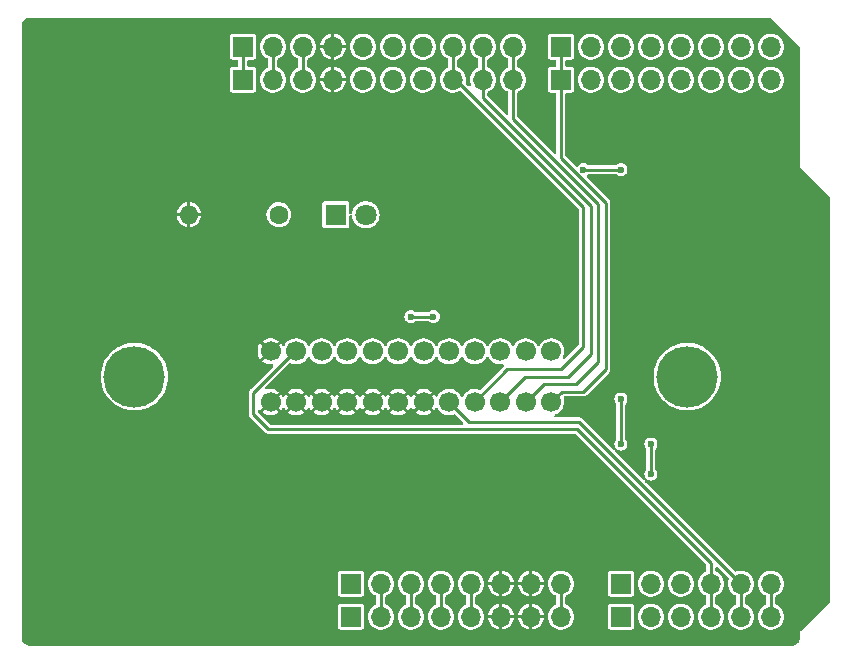
<source format=gbr>
%TF.GenerationSoftware,KiCad,Pcbnew,7.0.5-4d25ed1034~172~ubuntu20.04.1*%
%TF.CreationDate,2023-06-21T20:10:42+02:00*%
%TF.ProjectId,Arduino Shield,41726475-696e-46f2-9053-6869656c642e,rev?*%
%TF.SameCoordinates,Original*%
%TF.FileFunction,Copper,L2,Bot*%
%TF.FilePolarity,Positive*%
%FSLAX46Y46*%
G04 Gerber Fmt 4.6, Leading zero omitted, Abs format (unit mm)*
G04 Created by KiCad (PCBNEW 7.0.5-4d25ed1034~172~ubuntu20.04.1) date 2023-06-21 20:10:42*
%MOMM*%
%LPD*%
G01*
G04 APERTURE LIST*
%TA.AperFunction,ComponentPad*%
%ADD10C,1.600000*%
%TD*%
%TA.AperFunction,ComponentPad*%
%ADD11O,1.600000X1.600000*%
%TD*%
%TA.AperFunction,ComponentPad*%
%ADD12R,1.700000X1.700000*%
%TD*%
%TA.AperFunction,ComponentPad*%
%ADD13O,1.700000X1.700000*%
%TD*%
%TA.AperFunction,WasherPad*%
%ADD14C,5.200000*%
%TD*%
%TA.AperFunction,ComponentPad*%
%ADD15C,1.700000*%
%TD*%
%TA.AperFunction,ComponentPad*%
%ADD16R,1.800000X1.800000*%
%TD*%
%TA.AperFunction,ComponentPad*%
%ADD17C,1.800000*%
%TD*%
%TA.AperFunction,ViaPad*%
%ADD18C,0.600000*%
%TD*%
%TA.AperFunction,Conductor*%
%ADD19C,0.250000*%
%TD*%
G04 APERTURE END LIST*
D10*
%TO.P,R1,1*%
%TO.N,Net-(D1-K)*%
X121844000Y-63424000D03*
D11*
%TO.P,R1,2*%
%TO.N,GND*%
X114224000Y-63424000D03*
%TD*%
D12*
%TO.P,J6,1,Pin_1*%
%TO.N,/D19*%
X118796000Y-51994000D03*
D13*
%TO.P,J6,2,Pin_2*%
%TO.N,/D18*%
X121336000Y-51994000D03*
%TO.P,J6,3,Pin_3*%
%TO.N,/AREF*%
X123876000Y-51994000D03*
%TO.P,J6,4,Pin_4*%
%TO.N,GND*%
X126416000Y-51994000D03*
%TO.P,J6,5,Pin_5*%
%TO.N,/13*%
X128956000Y-51994000D03*
%TO.P,J6,6,Pin_6*%
%TO.N,DAV*%
X131496000Y-51994000D03*
%TO.P,J6,7,Pin_7*%
%TO.N,EOI*%
X134036000Y-51994000D03*
%TO.P,J6,8,Pin_8*%
%TO.N,DIO8*%
X136576000Y-51994000D03*
%TO.P,J6,9,Pin_9*%
%TO.N,DIO7*%
X139116000Y-51994000D03*
%TO.P,J6,10,Pin_10*%
%TO.N,DIO6*%
X141656000Y-51994000D03*
%TD*%
D12*
%TO.P,J7,1,Pin_1*%
%TO.N,DIO5*%
X145720000Y-51994000D03*
D13*
%TO.P,J7,2,Pin_2*%
%TO.N,DIO4*%
X148260000Y-51994000D03*
%TO.P,J7,3,Pin_3*%
%TO.N,DIO3*%
X150800000Y-51994000D03*
%TO.P,J7,4,Pin_4*%
%TO.N,DIO2*%
X153340000Y-51994000D03*
%TO.P,J7,5,Pin_5*%
%TO.N,DIO1*%
X155880000Y-51994000D03*
%TO.P,J7,6,Pin_6*%
%TO.N,SRQ*%
X158420000Y-51994000D03*
%TO.P,J7,7,Pin_7*%
%TO.N,/1*%
X160960000Y-51994000D03*
%TO.P,J7,8,Pin_8*%
%TO.N,/0*%
X163500000Y-51994000D03*
%TD*%
D14*
%TO.P,J5,*%
%TO.N,*%
X109620000Y-77140000D03*
X156420000Y-77140000D03*
D15*
%TO.P,J5,1,Pin_1*%
%TO.N,DIO1*%
X144900000Y-74995000D03*
%TO.P,J5,2,Pin_2*%
%TO.N,DIO2*%
X142740000Y-74995000D03*
%TO.P,J5,3,Pin_3*%
%TO.N,DIO3*%
X140580000Y-74995000D03*
%TO.P,J5,4,Pin_4*%
%TO.N,DIO4*%
X138420000Y-74995000D03*
%TO.P,J5,5,Pin_5*%
%TO.N,EOI*%
X136260000Y-74995000D03*
%TO.P,J5,6,Pin_6*%
%TO.N,DAV*%
X134100000Y-74995000D03*
%TO.P,J5,7,Pin_7*%
%TO.N,NRFD*%
X131940000Y-74995000D03*
%TO.P,J5,8,Pin_8*%
%TO.N,NDAC*%
X129780000Y-74995000D03*
%TO.P,J5,9,Pin_9*%
%TO.N,IFC*%
X127620000Y-74995000D03*
%TO.P,J5,10,Pin_10*%
%TO.N,SRQ*%
X125460000Y-74995000D03*
%TO.P,J5,11,Pin_11*%
%TO.N,ATN*%
X123300000Y-74995000D03*
%TO.P,J5,12,Pin_12*%
%TO.N,GND*%
X121140000Y-74995000D03*
%TO.P,J5,13,Pin_13*%
%TO.N,DIO5*%
X144900000Y-79285000D03*
%TO.P,J5,14,Pin_14*%
%TO.N,DIO6*%
X142740000Y-79285000D03*
%TO.P,J5,15,Pin_15*%
%TO.N,DIO7*%
X140580000Y-79285000D03*
%TO.P,J5,16,Pin_16*%
%TO.N,DIO8*%
X138420000Y-79285000D03*
%TO.P,J5,17,Pin_17*%
%TO.N,REN*%
X136260000Y-79285000D03*
%TO.P,J5,18,Pin_18*%
%TO.N,GND*%
X134100000Y-79285000D03*
%TO.P,J5,19,Pin_19*%
X131940000Y-79285000D03*
%TO.P,J5,20,Pin_20*%
X129780000Y-79285000D03*
%TO.P,J5,21,Pin_21*%
X127620000Y-79285000D03*
%TO.P,J5,22,Pin_22*%
X125460000Y-79285000D03*
%TO.P,J5,23,Pin_23*%
X123300000Y-79285000D03*
%TO.P,J5,24,Pin_24*%
X121140000Y-79285000D03*
%TD*%
D12*
%TO.P,J9,1,Pin_1*%
%TO.N,NRFD*%
X150800000Y-94666000D03*
D13*
%TO.P,J9,2,Pin_2*%
%TO.N,NDAC*%
X153340000Y-94666000D03*
%TO.P,J9,3,Pin_3*%
%TO.N,IFC*%
X155880000Y-94666000D03*
%TO.P,J9,4,Pin_4*%
%TO.N,ATN*%
X158420000Y-94666000D03*
%TO.P,J9,5,Pin_5*%
%TO.N,REN*%
X160960000Y-94666000D03*
%TO.P,J9,6,Pin_6*%
%TO.N,/A5*%
X163500000Y-94666000D03*
%TD*%
D12*
%TO.P,J8,1,Pin_1*%
%TO.N,unconnected-(J8-Pin_1-Pad1)*%
X127940000Y-94666000D03*
D13*
%TO.P,J8,2,Pin_2*%
%TO.N,/IOREF*%
X130480000Y-94666000D03*
%TO.P,J8,3,Pin_3*%
%TO.N,/RESET*%
X133020000Y-94666000D03*
%TO.P,J8,4,Pin_4*%
%TO.N,/+3V3*%
X135560000Y-94666000D03*
%TO.P,J8,5,Pin_5*%
%TO.N,/+5V*%
X138100000Y-94666000D03*
%TO.P,J8,6,Pin_6*%
%TO.N,GND*%
X140640000Y-94666000D03*
%TO.P,J8,7,Pin_7*%
X143180000Y-94666000D03*
%TO.P,J8,8,Pin_8*%
%TO.N,/V_IN*%
X145720000Y-94666000D03*
%TD*%
D16*
%TO.P,D1,1,K*%
%TO.N,Net-(D1-K)*%
X126670000Y-63424000D03*
D17*
%TO.P,D1,2,A*%
%TO.N,/13*%
X129210000Y-63424000D03*
%TD*%
D12*
%TO.P,J1,1,Pin_1*%
%TO.N,unconnected-(J1-Pin_1-Pad1)*%
X127940000Y-97460000D03*
D13*
%TO.P,J1,2,Pin_2*%
%TO.N,/IOREF*%
X130480000Y-97460000D03*
%TO.P,J1,3,Pin_3*%
%TO.N,/RESET*%
X133020000Y-97460000D03*
%TO.P,J1,4,Pin_4*%
%TO.N,/+3V3*%
X135560000Y-97460000D03*
%TO.P,J1,5,Pin_5*%
%TO.N,/+5V*%
X138100000Y-97460000D03*
%TO.P,J1,6,Pin_6*%
%TO.N,GND*%
X140640000Y-97460000D03*
%TO.P,J1,7,Pin_7*%
X143180000Y-97460000D03*
%TO.P,J1,8,Pin_8*%
%TO.N,/V_IN*%
X145720000Y-97460000D03*
%TD*%
D12*
%TO.P,J3,1,Pin_1*%
%TO.N,NRFD*%
X150800000Y-97460000D03*
D13*
%TO.P,J3,2,Pin_2*%
%TO.N,NDAC*%
X153340000Y-97460000D03*
%TO.P,J3,3,Pin_3*%
%TO.N,IFC*%
X155880000Y-97460000D03*
%TO.P,J3,4,Pin_4*%
%TO.N,ATN*%
X158420000Y-97460000D03*
%TO.P,J3,5,Pin_5*%
%TO.N,REN*%
X160960000Y-97460000D03*
%TO.P,J3,6,Pin_6*%
%TO.N,/A5*%
X163500000Y-97460000D03*
%TD*%
D12*
%TO.P,J2,1,Pin_1*%
%TO.N,/D19*%
X118801000Y-49200000D03*
D13*
%TO.P,J2,2,Pin_2*%
%TO.N,/D18*%
X121341000Y-49200000D03*
%TO.P,J2,3,Pin_3*%
%TO.N,/AREF*%
X123881000Y-49200000D03*
%TO.P,J2,4,Pin_4*%
%TO.N,GND*%
X126421000Y-49200000D03*
%TO.P,J2,5,Pin_5*%
%TO.N,/13*%
X128961000Y-49200000D03*
%TO.P,J2,6,Pin_6*%
%TO.N,DAV*%
X131501000Y-49200000D03*
%TO.P,J2,7,Pin_7*%
%TO.N,EOI*%
X134041000Y-49200000D03*
%TO.P,J2,8,Pin_8*%
%TO.N,DIO8*%
X136581000Y-49200000D03*
%TO.P,J2,9,Pin_9*%
%TO.N,DIO7*%
X139121000Y-49200000D03*
%TO.P,J2,10,Pin_10*%
%TO.N,DIO6*%
X141661000Y-49200000D03*
%TD*%
D12*
%TO.P,J4,1,Pin_1*%
%TO.N,DIO5*%
X145720000Y-49200000D03*
D13*
%TO.P,J4,2,Pin_2*%
%TO.N,DIO4*%
X148260000Y-49200000D03*
%TO.P,J4,3,Pin_3*%
%TO.N,DIO3*%
X150800000Y-49200000D03*
%TO.P,J4,4,Pin_4*%
%TO.N,DIO2*%
X153340000Y-49200000D03*
%TO.P,J4,5,Pin_5*%
%TO.N,DIO1*%
X155880000Y-49200000D03*
%TO.P,J4,6,Pin_6*%
%TO.N,SRQ*%
X158420000Y-49200000D03*
%TO.P,J4,7,Pin_7*%
%TO.N,/1*%
X160960000Y-49200000D03*
%TO.P,J4,8,Pin_8*%
%TO.N,/0*%
X163500000Y-49200000D03*
%TD*%
D18*
%TO.N,NDAC*%
X153340000Y-85395000D03*
X153340000Y-82855000D03*
%TO.N,SRQ*%
X133020000Y-72060000D03*
X147635500Y-59614000D03*
X134925000Y-72060000D03*
X150800000Y-59614000D03*
%TO.N,NRFD*%
X150800000Y-82855000D03*
X150800000Y-79045000D03*
%TD*%
D19*
%TO.N,DIO8*%
X136576000Y-49200000D02*
X136576000Y-51994000D01*
X136830000Y-51994000D02*
X147625000Y-62789000D01*
X147625000Y-62789000D02*
X147625000Y-74600000D01*
X136576000Y-51994000D02*
X136830000Y-51994000D01*
X147625000Y-74600000D02*
X145720000Y-76505000D01*
X141200000Y-76505000D02*
X138420000Y-79285000D01*
X145720000Y-76505000D02*
X141200000Y-76505000D01*
%TO.N,DIO7*%
X139116000Y-49200000D02*
X139116000Y-51994000D01*
X139116000Y-53518000D02*
X148260000Y-62662000D01*
X146355698Y-77140000D02*
X142725000Y-77140000D01*
X148260000Y-62662000D02*
X148260000Y-75235698D01*
X139116000Y-51994000D02*
X139116000Y-53518000D01*
X142725000Y-77140000D02*
X140580000Y-79285000D01*
X148260000Y-75235698D02*
X146355698Y-77140000D01*
%TO.N,DIO6*%
X144250000Y-77775000D02*
X142740000Y-79285000D01*
X148895000Y-75870000D02*
X146990000Y-77775000D01*
X146990000Y-77775000D02*
X144250000Y-77775000D01*
X141656000Y-49200000D02*
X141656000Y-55296000D01*
X148895000Y-62535000D02*
X148895000Y-75870000D01*
X141656000Y-55296000D02*
X148895000Y-62535000D01*
%TO.N,NDAC*%
X153340000Y-82855000D02*
X153340000Y-85395000D01*
%TO.N,ATN*%
X158420000Y-94666000D02*
X158420000Y-97460000D01*
X158420000Y-92888000D02*
X158420000Y-94666000D01*
X123300000Y-74995000D02*
X123200000Y-74995000D01*
X123200000Y-74995000D02*
X119685000Y-78510000D01*
X120955000Y-81585000D02*
X147117000Y-81585000D01*
X119685000Y-80315000D02*
X120955000Y-81585000D01*
X119685000Y-78510000D02*
X119685000Y-80315000D01*
X147117000Y-81585000D02*
X158420000Y-92888000D01*
%TO.N,DIO5*%
X145720000Y-58598000D02*
X149530000Y-62408000D01*
X147625000Y-78410000D02*
X145775000Y-78410000D01*
X149530000Y-76505000D02*
X147625000Y-78410000D01*
X145720000Y-49200000D02*
X145720000Y-58598000D01*
X149530000Y-62408000D02*
X149530000Y-76505000D01*
X145775000Y-78410000D02*
X144900000Y-79285000D01*
%TO.N,SRQ*%
X150800000Y-59614000D02*
X147635500Y-59614000D01*
X134925000Y-72060000D02*
X133020000Y-72060000D01*
%TO.N,NRFD*%
X150800000Y-79045000D02*
X150800000Y-82855000D01*
%TO.N,REN*%
X136260000Y-79285000D02*
X137925000Y-80950000D01*
X160960000Y-94666000D02*
X160960000Y-97460000D01*
X147244000Y-80950000D02*
X160960000Y-94666000D01*
X137925000Y-80950000D02*
X147244000Y-80950000D01*
%TO.N,/IOREF*%
X130480000Y-94666000D02*
X130480000Y-97460000D01*
%TO.N,/RESET*%
X133020000Y-94666000D02*
X133020000Y-97460000D01*
%TO.N,/+3V3*%
X135560000Y-94666000D02*
X135560000Y-97460000D01*
%TO.N,/+5V*%
X138100000Y-94666000D02*
X138100000Y-97460000D01*
%TO.N,/V_IN*%
X145720000Y-94666000D02*
X145720000Y-97460000D01*
%TO.N,/D19*%
X118801000Y-51989000D02*
X118796000Y-51994000D01*
X118801000Y-49200000D02*
X118801000Y-51989000D01*
%TO.N,/D18*%
X121341000Y-51989000D02*
X121336000Y-51994000D01*
X121341000Y-49200000D02*
X121341000Y-51989000D01*
%TO.N,/AREF*%
X123881000Y-51989000D02*
X123876000Y-51994000D01*
X123881000Y-49200000D02*
X123881000Y-51989000D01*
%TO.N,/A5*%
X163500000Y-94666000D02*
X163500000Y-97460000D01*
%TD*%
%TA.AperFunction,Conductor*%
%TO.N,GND*%
G36*
X133718239Y-79615798D02*
G01*
X133826900Y-79709952D01*
X133844010Y-79717766D01*
X133413826Y-80147949D01*
X133434262Y-80166580D01*
X133607588Y-80273899D01*
X133797679Y-80347540D01*
X133998072Y-80385000D01*
X134201928Y-80385000D01*
X134402320Y-80347540D01*
X134592411Y-80273899D01*
X134765737Y-80166579D01*
X134786173Y-80147949D01*
X134355989Y-79717765D01*
X134373100Y-79709952D01*
X134481761Y-79615798D01*
X134530982Y-79539206D01*
X134961406Y-79969630D01*
X135039244Y-79866558D01*
X135068719Y-79807364D01*
X135116222Y-79756127D01*
X135183885Y-79738705D01*
X135250225Y-79760630D01*
X135290720Y-79807363D01*
X135320326Y-79866820D01*
X135443236Y-80029580D01*
X135593958Y-80166981D01*
X135767361Y-80274347D01*
X135767363Y-80274348D01*
X135957544Y-80348024D01*
X136158024Y-80385500D01*
X136158026Y-80385500D01*
X136361974Y-80385500D01*
X136361976Y-80385500D01*
X136562456Y-80348024D01*
X136652552Y-80313119D01*
X136722176Y-80307257D01*
X136783916Y-80339967D01*
X136785028Y-80341065D01*
X137441782Y-80997819D01*
X137475267Y-81059142D01*
X137470283Y-81128834D01*
X137428411Y-81184767D01*
X137362947Y-81209184D01*
X137354101Y-81209500D01*
X121161899Y-81209500D01*
X121094860Y-81189815D01*
X121074218Y-81173181D01*
X120096819Y-80195781D01*
X120063334Y-80134458D01*
X120060500Y-80108100D01*
X120060500Y-80050794D01*
X120080185Y-79983755D01*
X120132989Y-79938000D01*
X120202147Y-79928056D01*
X120265703Y-79957081D01*
X120277355Y-79969544D01*
X120278592Y-79969630D01*
X120709016Y-79539205D01*
X120758239Y-79615798D01*
X120866900Y-79709952D01*
X120884010Y-79717766D01*
X120453826Y-80147949D01*
X120474262Y-80166580D01*
X120647588Y-80273899D01*
X120837679Y-80347540D01*
X121038072Y-80385000D01*
X121241928Y-80385000D01*
X121442320Y-80347540D01*
X121632411Y-80273899D01*
X121805737Y-80166579D01*
X121826173Y-80147949D01*
X121395989Y-79717765D01*
X121413100Y-79709952D01*
X121521761Y-79615798D01*
X121570982Y-79539206D01*
X122001406Y-79969630D01*
X122079245Y-79866556D01*
X122108998Y-79806803D01*
X122156500Y-79755565D01*
X122224163Y-79738143D01*
X122290503Y-79760068D01*
X122330999Y-79806801D01*
X122360753Y-79866554D01*
X122438592Y-79969630D01*
X122869016Y-79539205D01*
X122918239Y-79615798D01*
X123026900Y-79709952D01*
X123044010Y-79717766D01*
X122613826Y-80147949D01*
X122634262Y-80166580D01*
X122807588Y-80273899D01*
X122997679Y-80347540D01*
X123198072Y-80385000D01*
X123401928Y-80385000D01*
X123602320Y-80347540D01*
X123792411Y-80273899D01*
X123965737Y-80166579D01*
X123986173Y-80147949D01*
X123555989Y-79717765D01*
X123573100Y-79709952D01*
X123681761Y-79615798D01*
X123730982Y-79539206D01*
X124161406Y-79969630D01*
X124239245Y-79866556D01*
X124268998Y-79806803D01*
X124316500Y-79755565D01*
X124384163Y-79738143D01*
X124450503Y-79760068D01*
X124490999Y-79806801D01*
X124520753Y-79866554D01*
X124598592Y-79969630D01*
X125029016Y-79539206D01*
X125078239Y-79615798D01*
X125186900Y-79709952D01*
X125204010Y-79717766D01*
X124773826Y-80147949D01*
X124794262Y-80166580D01*
X124967588Y-80273899D01*
X125157679Y-80347540D01*
X125358072Y-80385000D01*
X125561928Y-80385000D01*
X125762320Y-80347540D01*
X125952411Y-80273899D01*
X126125737Y-80166579D01*
X126146173Y-80147949D01*
X125715989Y-79717765D01*
X125733100Y-79709952D01*
X125841761Y-79615798D01*
X125890982Y-79539206D01*
X126321406Y-79969630D01*
X126399245Y-79866556D01*
X126428998Y-79806803D01*
X126476500Y-79755565D01*
X126544163Y-79738143D01*
X126610503Y-79760068D01*
X126650999Y-79806801D01*
X126680753Y-79866554D01*
X126758592Y-79969630D01*
X127189016Y-79539206D01*
X127238239Y-79615798D01*
X127346900Y-79709952D01*
X127364010Y-79717766D01*
X126933826Y-80147949D01*
X126954262Y-80166580D01*
X127127588Y-80273899D01*
X127317679Y-80347540D01*
X127518072Y-80385000D01*
X127721928Y-80385000D01*
X127922320Y-80347540D01*
X128112411Y-80273899D01*
X128285737Y-80166579D01*
X128306173Y-80147949D01*
X127875989Y-79717765D01*
X127893100Y-79709952D01*
X128001761Y-79615798D01*
X128050983Y-79539206D01*
X128481406Y-79969630D01*
X128559245Y-79866556D01*
X128588998Y-79806803D01*
X128636500Y-79755565D01*
X128704163Y-79738143D01*
X128770503Y-79760068D01*
X128810999Y-79806801D01*
X128840753Y-79866554D01*
X128918592Y-79969630D01*
X129349016Y-79539206D01*
X129398239Y-79615798D01*
X129506900Y-79709952D01*
X129524010Y-79717766D01*
X129093826Y-80147949D01*
X129114262Y-80166580D01*
X129287588Y-80273899D01*
X129477679Y-80347540D01*
X129678072Y-80385000D01*
X129881928Y-80385000D01*
X130082320Y-80347540D01*
X130272411Y-80273899D01*
X130445737Y-80166579D01*
X130466173Y-80147949D01*
X130035989Y-79717765D01*
X130053100Y-79709952D01*
X130161761Y-79615798D01*
X130210982Y-79539206D01*
X130641406Y-79969630D01*
X130719245Y-79866556D01*
X130748998Y-79806803D01*
X130796500Y-79755565D01*
X130864163Y-79738143D01*
X130930503Y-79760068D01*
X130970999Y-79806801D01*
X131000753Y-79866554D01*
X131078592Y-79969630D01*
X131509016Y-79539206D01*
X131558239Y-79615798D01*
X131666900Y-79709952D01*
X131684010Y-79717766D01*
X131253826Y-80147949D01*
X131274262Y-80166580D01*
X131447588Y-80273899D01*
X131637679Y-80347540D01*
X131838072Y-80385000D01*
X132041928Y-80385000D01*
X132242320Y-80347540D01*
X132432411Y-80273899D01*
X132605737Y-80166579D01*
X132626173Y-80147949D01*
X132195989Y-79717765D01*
X132213100Y-79709952D01*
X132321761Y-79615798D01*
X132370983Y-79539206D01*
X132801406Y-79969630D01*
X132879245Y-79866556D01*
X132908998Y-79806803D01*
X132956500Y-79755565D01*
X133024163Y-79738143D01*
X133090503Y-79760068D01*
X133130999Y-79806801D01*
X133160753Y-79866554D01*
X133238592Y-79969630D01*
X133669016Y-79539205D01*
X133718239Y-79615798D01*
G37*
%TD.AperFunction*%
%TA.AperFunction,Conductor*%
G36*
X139570505Y-75471191D02*
G01*
X139610999Y-75517923D01*
X139640327Y-75576821D01*
X139670420Y-75616671D01*
X139763236Y-75739580D01*
X139913958Y-75876981D01*
X140087361Y-75984347D01*
X140087363Y-75984348D01*
X140277544Y-76058024D01*
X140478024Y-76095500D01*
X140478026Y-76095500D01*
X140681978Y-76095500D01*
X140718391Y-76088692D01*
X140776004Y-76077923D01*
X140845517Y-76084953D01*
X140900196Y-76128450D01*
X140922679Y-76194604D01*
X140905827Y-76262411D01*
X140886469Y-76287492D01*
X138945028Y-78228933D01*
X138883705Y-78262418D01*
X138814013Y-78257434D01*
X138812555Y-78256879D01*
X138722459Y-78221977D01*
X138722458Y-78221976D01*
X138722456Y-78221976D01*
X138521976Y-78184500D01*
X138318024Y-78184500D01*
X138224717Y-78201942D01*
X138117542Y-78221976D01*
X137927361Y-78295652D01*
X137753958Y-78403018D01*
X137603236Y-78540419D01*
X137480324Y-78703181D01*
X137451000Y-78762074D01*
X137403497Y-78813312D01*
X137335834Y-78830733D01*
X137269494Y-78808807D01*
X137229000Y-78762074D01*
X137199675Y-78703181D01*
X137076763Y-78540419D01*
X136926041Y-78403018D01*
X136752638Y-78295652D01*
X136562457Y-78221976D01*
X136486899Y-78207852D01*
X136361976Y-78184500D01*
X136158024Y-78184500D01*
X136064717Y-78201942D01*
X135957542Y-78221976D01*
X135767361Y-78295652D01*
X135593958Y-78403018D01*
X135443236Y-78540419D01*
X135320326Y-78703180D01*
X135290720Y-78762636D01*
X135243217Y-78813873D01*
X135175554Y-78831294D01*
X135109213Y-78809368D01*
X135068719Y-78762635D01*
X135039245Y-78703442D01*
X134961406Y-78600368D01*
X134530982Y-79030792D01*
X134481761Y-78954202D01*
X134373100Y-78860048D01*
X134355988Y-78852233D01*
X134786173Y-78422048D01*
X134765740Y-78403421D01*
X134592411Y-78296100D01*
X134402320Y-78222459D01*
X134201928Y-78185000D01*
X133998072Y-78185000D01*
X133797679Y-78222459D01*
X133607588Y-78296100D01*
X133434260Y-78403421D01*
X133413826Y-78422048D01*
X133413825Y-78422050D01*
X133844009Y-78852234D01*
X133826900Y-78860048D01*
X133718239Y-78954202D01*
X133669017Y-79030792D01*
X133238592Y-78600368D01*
X133238591Y-78600368D01*
X133160752Y-78703444D01*
X133130998Y-78763198D01*
X133083495Y-78814435D01*
X133015832Y-78831855D01*
X132949492Y-78809928D01*
X132908998Y-78763196D01*
X132879244Y-78703442D01*
X132801406Y-78600368D01*
X132370982Y-79030791D01*
X132321761Y-78954202D01*
X132213100Y-78860048D01*
X132195989Y-78852233D01*
X132626173Y-78422049D01*
X132626173Y-78422048D01*
X132605740Y-78403421D01*
X132432411Y-78296100D01*
X132242320Y-78222459D01*
X132041928Y-78185000D01*
X131838072Y-78185000D01*
X131637679Y-78222459D01*
X131447588Y-78296100D01*
X131274260Y-78403421D01*
X131253826Y-78422048D01*
X131253825Y-78422049D01*
X131684010Y-78852233D01*
X131666900Y-78860048D01*
X131558239Y-78954202D01*
X131509017Y-79030793D01*
X131078592Y-78600368D01*
X131078591Y-78600368D01*
X131000752Y-78703444D01*
X130970998Y-78763198D01*
X130923495Y-78814435D01*
X130855832Y-78831855D01*
X130789492Y-78809928D01*
X130748998Y-78763196D01*
X130719244Y-78703442D01*
X130641406Y-78600368D01*
X130210982Y-79030792D01*
X130161761Y-78954202D01*
X130053100Y-78860048D01*
X130035988Y-78852233D01*
X130466173Y-78422048D01*
X130445740Y-78403421D01*
X130272411Y-78296100D01*
X130082320Y-78222459D01*
X129881928Y-78185000D01*
X129678072Y-78185000D01*
X129477679Y-78222459D01*
X129287588Y-78296100D01*
X129114260Y-78403421D01*
X129093826Y-78422048D01*
X129093825Y-78422050D01*
X129524009Y-78852234D01*
X129506900Y-78860048D01*
X129398239Y-78954202D01*
X129349016Y-79030793D01*
X128918592Y-78600368D01*
X128918591Y-78600368D01*
X128840754Y-78703441D01*
X128811000Y-78763197D01*
X128763497Y-78814434D01*
X128695834Y-78831855D01*
X128629494Y-78809929D01*
X128589000Y-78763197D01*
X128559246Y-78703445D01*
X128481406Y-78600368D01*
X128050982Y-79030791D01*
X128001761Y-78954202D01*
X127893100Y-78860048D01*
X127875989Y-78852233D01*
X128306173Y-78422049D01*
X128306173Y-78422048D01*
X128285740Y-78403421D01*
X128112411Y-78296100D01*
X127922320Y-78222459D01*
X127721928Y-78185000D01*
X127518072Y-78185000D01*
X127317679Y-78222459D01*
X127127588Y-78296100D01*
X126954260Y-78403421D01*
X126933826Y-78422048D01*
X126933825Y-78422049D01*
X127364010Y-78852233D01*
X127346900Y-78860048D01*
X127238239Y-78954202D01*
X127189017Y-79030793D01*
X126758592Y-78600368D01*
X126758591Y-78600368D01*
X126680754Y-78703441D01*
X126651000Y-78763197D01*
X126603497Y-78814434D01*
X126535834Y-78831855D01*
X126469494Y-78809929D01*
X126429000Y-78763197D01*
X126399246Y-78703445D01*
X126321406Y-78600368D01*
X125890982Y-79030792D01*
X125841761Y-78954202D01*
X125733100Y-78860048D01*
X125715989Y-78852233D01*
X126146173Y-78422049D01*
X126146173Y-78422048D01*
X126125740Y-78403421D01*
X125952411Y-78296100D01*
X125762320Y-78222459D01*
X125561928Y-78185000D01*
X125358072Y-78185000D01*
X125157679Y-78222459D01*
X124967588Y-78296100D01*
X124794260Y-78403421D01*
X124773826Y-78422048D01*
X124773825Y-78422049D01*
X125204010Y-78852233D01*
X125186900Y-78860048D01*
X125078239Y-78954202D01*
X125029016Y-79030793D01*
X124598592Y-78600368D01*
X124598591Y-78600368D01*
X124520754Y-78703441D01*
X124491000Y-78763197D01*
X124443497Y-78814434D01*
X124375834Y-78831855D01*
X124309494Y-78809929D01*
X124269000Y-78763197D01*
X124239246Y-78703445D01*
X124161406Y-78600368D01*
X123730982Y-79030792D01*
X123681761Y-78954202D01*
X123573100Y-78860048D01*
X123555989Y-78852233D01*
X123986173Y-78422049D01*
X123986173Y-78422048D01*
X123965740Y-78403421D01*
X123792411Y-78296100D01*
X123602320Y-78222459D01*
X123401928Y-78185000D01*
X123198072Y-78185000D01*
X122997679Y-78222459D01*
X122807588Y-78296100D01*
X122634260Y-78403421D01*
X122613826Y-78422048D01*
X122613825Y-78422049D01*
X123044010Y-78852233D01*
X123026900Y-78860048D01*
X122918239Y-78954202D01*
X122869017Y-79030793D01*
X122438592Y-78600368D01*
X122438591Y-78600368D01*
X122360754Y-78703441D01*
X122331000Y-78763197D01*
X122283497Y-78814434D01*
X122215834Y-78831855D01*
X122149494Y-78809929D01*
X122109000Y-78763197D01*
X122079246Y-78703445D01*
X122001406Y-78600368D01*
X121570982Y-79030792D01*
X121521761Y-78954202D01*
X121413100Y-78860048D01*
X121395989Y-78852233D01*
X121826173Y-78422049D01*
X121826173Y-78422048D01*
X121805740Y-78403421D01*
X121632411Y-78296100D01*
X121442320Y-78222459D01*
X121241928Y-78185000D01*
X121038072Y-78185000D01*
X120826387Y-78224571D01*
X120826020Y-78222611D01*
X120770784Y-78227257D01*
X120709048Y-78194541D01*
X120674799Y-78133642D01*
X120678912Y-78063893D01*
X120707943Y-78018092D01*
X122702895Y-76023140D01*
X122764216Y-75989657D01*
X122833908Y-75994641D01*
X122835213Y-75995137D01*
X122997544Y-76058024D01*
X123198024Y-76095500D01*
X123198026Y-76095500D01*
X123401974Y-76095500D01*
X123401976Y-76095500D01*
X123602456Y-76058024D01*
X123792637Y-75984348D01*
X123966041Y-75876981D01*
X124116764Y-75739579D01*
X124239673Y-75576821D01*
X124269000Y-75517923D01*
X124316502Y-75466688D01*
X124384165Y-75449266D01*
X124450505Y-75471191D01*
X124490999Y-75517923D01*
X124520327Y-75576821D01*
X124550420Y-75616671D01*
X124643236Y-75739580D01*
X124793958Y-75876981D01*
X124967361Y-75984347D01*
X124967363Y-75984348D01*
X125157544Y-76058024D01*
X125358024Y-76095500D01*
X125358026Y-76095500D01*
X125561974Y-76095500D01*
X125561976Y-76095500D01*
X125762456Y-76058024D01*
X125952637Y-75984348D01*
X126126041Y-75876981D01*
X126276764Y-75739579D01*
X126399673Y-75576821D01*
X126429000Y-75517923D01*
X126476502Y-75466688D01*
X126544165Y-75449266D01*
X126610505Y-75471191D01*
X126650999Y-75517923D01*
X126680327Y-75576821D01*
X126710420Y-75616671D01*
X126803236Y-75739580D01*
X126953958Y-75876981D01*
X127127361Y-75984347D01*
X127127363Y-75984348D01*
X127317544Y-76058024D01*
X127518024Y-76095500D01*
X127518026Y-76095500D01*
X127721974Y-76095500D01*
X127721976Y-76095500D01*
X127922456Y-76058024D01*
X128112637Y-75984348D01*
X128286041Y-75876981D01*
X128436764Y-75739579D01*
X128559673Y-75576821D01*
X128589000Y-75517923D01*
X128636502Y-75466688D01*
X128704165Y-75449266D01*
X128770505Y-75471191D01*
X128810999Y-75517923D01*
X128840327Y-75576821D01*
X128870420Y-75616671D01*
X128963236Y-75739580D01*
X129113958Y-75876981D01*
X129287361Y-75984347D01*
X129287363Y-75984348D01*
X129477544Y-76058024D01*
X129678024Y-76095500D01*
X129678026Y-76095500D01*
X129881974Y-76095500D01*
X129881976Y-76095500D01*
X130082456Y-76058024D01*
X130272637Y-75984348D01*
X130446041Y-75876981D01*
X130596764Y-75739579D01*
X130719673Y-75576821D01*
X130749000Y-75517923D01*
X130796502Y-75466688D01*
X130864165Y-75449266D01*
X130930505Y-75471191D01*
X130970999Y-75517923D01*
X131000327Y-75576821D01*
X131030420Y-75616671D01*
X131123236Y-75739580D01*
X131273958Y-75876981D01*
X131447361Y-75984347D01*
X131447363Y-75984348D01*
X131637544Y-76058024D01*
X131838024Y-76095500D01*
X131838026Y-76095500D01*
X132041974Y-76095500D01*
X132041976Y-76095500D01*
X132242456Y-76058024D01*
X132432637Y-75984348D01*
X132606041Y-75876981D01*
X132756764Y-75739579D01*
X132879673Y-75576821D01*
X132909000Y-75517923D01*
X132956502Y-75466688D01*
X133024165Y-75449266D01*
X133090505Y-75471191D01*
X133130999Y-75517923D01*
X133160327Y-75576821D01*
X133190420Y-75616671D01*
X133283236Y-75739580D01*
X133433958Y-75876981D01*
X133607361Y-75984347D01*
X133607363Y-75984348D01*
X133797544Y-76058024D01*
X133998024Y-76095500D01*
X133998026Y-76095500D01*
X134201974Y-76095500D01*
X134201976Y-76095500D01*
X134402456Y-76058024D01*
X134592637Y-75984348D01*
X134766041Y-75876981D01*
X134916764Y-75739579D01*
X135039673Y-75576821D01*
X135069000Y-75517923D01*
X135116502Y-75466688D01*
X135184165Y-75449266D01*
X135250505Y-75471191D01*
X135290999Y-75517923D01*
X135320327Y-75576821D01*
X135350420Y-75616671D01*
X135443236Y-75739580D01*
X135593958Y-75876981D01*
X135767361Y-75984347D01*
X135767363Y-75984348D01*
X135957544Y-76058024D01*
X136158024Y-76095500D01*
X136158026Y-76095500D01*
X136361974Y-76095500D01*
X136361976Y-76095500D01*
X136562456Y-76058024D01*
X136752637Y-75984348D01*
X136926041Y-75876981D01*
X137076764Y-75739579D01*
X137199673Y-75576821D01*
X137229000Y-75517923D01*
X137276502Y-75466688D01*
X137344165Y-75449266D01*
X137410505Y-75471191D01*
X137450999Y-75517923D01*
X137480327Y-75576821D01*
X137510420Y-75616671D01*
X137603236Y-75739580D01*
X137753958Y-75876981D01*
X137927361Y-75984347D01*
X137927363Y-75984348D01*
X138117544Y-76058024D01*
X138318024Y-76095500D01*
X138318026Y-76095500D01*
X138521974Y-76095500D01*
X138521976Y-76095500D01*
X138722456Y-76058024D01*
X138912637Y-75984348D01*
X139086041Y-75876981D01*
X139236764Y-75739579D01*
X139359673Y-75576821D01*
X139389000Y-75517923D01*
X139436502Y-75466688D01*
X139504165Y-75449266D01*
X139570505Y-75471191D01*
G37*
%TD.AperFunction*%
%TA.AperFunction,Conductor*%
G36*
X163484404Y-46755185D02*
G01*
X163505046Y-46771819D01*
X165928181Y-49194953D01*
X165961666Y-49256276D01*
X165964500Y-49282634D01*
X165964500Y-59315019D01*
X165961963Y-59334292D01*
X165964028Y-59357896D01*
X165964500Y-59368702D01*
X165964500Y-59381116D01*
X165967075Y-59392733D01*
X165967182Y-59393956D01*
X165971651Y-59403541D01*
X165978451Y-59411644D01*
X165978452Y-59411645D01*
X165979500Y-59412250D01*
X166005185Y-59431958D01*
X168468182Y-61894955D01*
X168501666Y-61956276D01*
X168504500Y-61982634D01*
X168504500Y-96107363D01*
X168484815Y-96174402D01*
X168468181Y-96195044D01*
X166018418Y-98644806D01*
X166003001Y-98656636D01*
X165987760Y-98674799D01*
X165980463Y-98682762D01*
X165971683Y-98691542D01*
X165965290Y-98701577D01*
X165964501Y-98702516D01*
X165960881Y-98712463D01*
X165959960Y-98722998D01*
X165960274Y-98724169D01*
X165964500Y-98756265D01*
X165964500Y-99231907D01*
X165963903Y-99244062D01*
X165952505Y-99359778D01*
X165947763Y-99383618D01*
X165917832Y-99482290D01*
X165915789Y-99489024D01*
X165906486Y-99511482D01*
X165854561Y-99608627D01*
X165841056Y-99628839D01*
X165771176Y-99713988D01*
X165753988Y-99731176D01*
X165668839Y-99801056D01*
X165648627Y-99814561D01*
X165551482Y-99866486D01*
X165529028Y-99875787D01*
X165487028Y-99888528D01*
X165423618Y-99907763D01*
X165399778Y-99912505D01*
X165291162Y-99923203D01*
X165284060Y-99923903D01*
X165271907Y-99924500D01*
X100768093Y-99924500D01*
X100755939Y-99923903D01*
X100747995Y-99923120D01*
X100640221Y-99912505D01*
X100616381Y-99907763D01*
X100599445Y-99902625D01*
X100510968Y-99875786D01*
X100488517Y-99866486D01*
X100391372Y-99814561D01*
X100371160Y-99801056D01*
X100286011Y-99731176D01*
X100268823Y-99713988D01*
X100198943Y-99628839D01*
X100185438Y-99608627D01*
X100133510Y-99511476D01*
X100124215Y-99489037D01*
X100092234Y-99383612D01*
X100087494Y-99359777D01*
X100076097Y-99244061D01*
X100075500Y-99231907D01*
X100075500Y-98334674D01*
X126839500Y-98334674D01*
X126854033Y-98407738D01*
X126854033Y-98407739D01*
X126854034Y-98407740D01*
X126909399Y-98490601D01*
X126992260Y-98545966D01*
X127028792Y-98553233D01*
X127065325Y-98560500D01*
X127065326Y-98560500D01*
X128814675Y-98560500D01*
X128839029Y-98555655D01*
X128887740Y-98545966D01*
X128970601Y-98490601D01*
X129025966Y-98407740D01*
X129040500Y-98334674D01*
X129040500Y-97460000D01*
X129374785Y-97460000D01*
X129393602Y-97663083D01*
X129449418Y-97859251D01*
X129540324Y-98041818D01*
X129663236Y-98204580D01*
X129813958Y-98341981D01*
X129987361Y-98449347D01*
X129987363Y-98449348D01*
X130177544Y-98523024D01*
X130378024Y-98560500D01*
X130378026Y-98560500D01*
X130581974Y-98560500D01*
X130581976Y-98560500D01*
X130782456Y-98523024D01*
X130972637Y-98449348D01*
X131146041Y-98341981D01*
X131296764Y-98204579D01*
X131419673Y-98041821D01*
X131419673Y-98041819D01*
X131419675Y-98041818D01*
X131497784Y-97884952D01*
X131510582Y-97859250D01*
X131566397Y-97663083D01*
X131585215Y-97460000D01*
X131914785Y-97460000D01*
X131933602Y-97663083D01*
X131989418Y-97859251D01*
X132080324Y-98041818D01*
X132203236Y-98204580D01*
X132353958Y-98341981D01*
X132527361Y-98449347D01*
X132527363Y-98449348D01*
X132717544Y-98523024D01*
X132918024Y-98560500D01*
X132918026Y-98560500D01*
X133121974Y-98560500D01*
X133121976Y-98560500D01*
X133322456Y-98523024D01*
X133512637Y-98449348D01*
X133686041Y-98341981D01*
X133836764Y-98204579D01*
X133959673Y-98041821D01*
X133959673Y-98041819D01*
X133959675Y-98041818D01*
X134037784Y-97884952D01*
X134050582Y-97859250D01*
X134106397Y-97663083D01*
X134125215Y-97460000D01*
X134125215Y-97459999D01*
X134454785Y-97459999D01*
X134473602Y-97663083D01*
X134529418Y-97859251D01*
X134620324Y-98041818D01*
X134743236Y-98204580D01*
X134893958Y-98341981D01*
X135067361Y-98449347D01*
X135067363Y-98449348D01*
X135257544Y-98523024D01*
X135458024Y-98560500D01*
X135458026Y-98560500D01*
X135661974Y-98560500D01*
X135661976Y-98560500D01*
X135862456Y-98523024D01*
X136052637Y-98449348D01*
X136226041Y-98341981D01*
X136376764Y-98204579D01*
X136499673Y-98041821D01*
X136499673Y-98041819D01*
X136499675Y-98041818D01*
X136577784Y-97884952D01*
X136590582Y-97859250D01*
X136646397Y-97663083D01*
X136665215Y-97460000D01*
X136665215Y-97459999D01*
X136994785Y-97459999D01*
X137013602Y-97663083D01*
X137069418Y-97859251D01*
X137160324Y-98041818D01*
X137283236Y-98204580D01*
X137433958Y-98341981D01*
X137607361Y-98449347D01*
X137607363Y-98449348D01*
X137797544Y-98523024D01*
X137998024Y-98560500D01*
X137998026Y-98560500D01*
X138201974Y-98560500D01*
X138201976Y-98560500D01*
X138402456Y-98523024D01*
X138592637Y-98449348D01*
X138766041Y-98341981D01*
X138916764Y-98204579D01*
X139039673Y-98041821D01*
X139039673Y-98041819D01*
X139039675Y-98041818D01*
X139117784Y-97884952D01*
X139130582Y-97859250D01*
X139186397Y-97663083D01*
X139205215Y-97460000D01*
X139193632Y-97334999D01*
X139546869Y-97334999D01*
X139546870Y-97335000D01*
X140155595Y-97335000D01*
X140140000Y-97388111D01*
X140140000Y-97531889D01*
X140155595Y-97585000D01*
X139546870Y-97585000D01*
X139554096Y-97662992D01*
X139609885Y-97859068D01*
X139700751Y-98041553D01*
X139823607Y-98204241D01*
X139974259Y-98341578D01*
X140147588Y-98448899D01*
X140337679Y-98522540D01*
X140515000Y-98555686D01*
X140515000Y-97947169D01*
X140604237Y-97960000D01*
X140675763Y-97960000D01*
X140765000Y-97947169D01*
X140765000Y-98555686D01*
X140942320Y-98522540D01*
X141132411Y-98448899D01*
X141305740Y-98341578D01*
X141456392Y-98204241D01*
X141579248Y-98041553D01*
X141670114Y-97859068D01*
X141725903Y-97662992D01*
X141733130Y-97585000D01*
X141124405Y-97585000D01*
X141140000Y-97531889D01*
X141140000Y-97388111D01*
X141124405Y-97335000D01*
X141733130Y-97335000D01*
X141733130Y-97334999D01*
X142086869Y-97334999D01*
X142086870Y-97335000D01*
X142695595Y-97335000D01*
X142680000Y-97388111D01*
X142680000Y-97531889D01*
X142695595Y-97585000D01*
X142086870Y-97585000D01*
X142094096Y-97662992D01*
X142149885Y-97859068D01*
X142240751Y-98041553D01*
X142363607Y-98204241D01*
X142514259Y-98341578D01*
X142687588Y-98448899D01*
X142877679Y-98522540D01*
X143055000Y-98555686D01*
X143055000Y-97947169D01*
X143144237Y-97960000D01*
X143215763Y-97960000D01*
X143305000Y-97947169D01*
X143305000Y-98555686D01*
X143482320Y-98522540D01*
X143672411Y-98448899D01*
X143845740Y-98341578D01*
X143996392Y-98204241D01*
X144119248Y-98041553D01*
X144210114Y-97859068D01*
X144265903Y-97662992D01*
X144273130Y-97585000D01*
X143664405Y-97585000D01*
X143680000Y-97531889D01*
X143680000Y-97460000D01*
X144614785Y-97460000D01*
X144633602Y-97663083D01*
X144689418Y-97859251D01*
X144780324Y-98041818D01*
X144903236Y-98204580D01*
X145053958Y-98341981D01*
X145227361Y-98449347D01*
X145227363Y-98449348D01*
X145417544Y-98523024D01*
X145618024Y-98560500D01*
X145618026Y-98560500D01*
X145821974Y-98560500D01*
X145821976Y-98560500D01*
X146022456Y-98523024D01*
X146212637Y-98449348D01*
X146386041Y-98341981D01*
X146394056Y-98334674D01*
X149699500Y-98334674D01*
X149714033Y-98407738D01*
X149714033Y-98407739D01*
X149714034Y-98407740D01*
X149769399Y-98490601D01*
X149852260Y-98545966D01*
X149888792Y-98553233D01*
X149925325Y-98560500D01*
X149925326Y-98560500D01*
X151674675Y-98560500D01*
X151699029Y-98555655D01*
X151747740Y-98545966D01*
X151830601Y-98490601D01*
X151885966Y-98407740D01*
X151900500Y-98334674D01*
X151900500Y-97460000D01*
X152234785Y-97460000D01*
X152253602Y-97663083D01*
X152309418Y-97859251D01*
X152400324Y-98041818D01*
X152523236Y-98204580D01*
X152673958Y-98341981D01*
X152847361Y-98449347D01*
X152847363Y-98449348D01*
X153037544Y-98523024D01*
X153238024Y-98560500D01*
X153238026Y-98560500D01*
X153441974Y-98560500D01*
X153441976Y-98560500D01*
X153642456Y-98523024D01*
X153832637Y-98449348D01*
X154006041Y-98341981D01*
X154156764Y-98204579D01*
X154279673Y-98041821D01*
X154279673Y-98041819D01*
X154279675Y-98041818D01*
X154357784Y-97884952D01*
X154370582Y-97859250D01*
X154426397Y-97663083D01*
X154445215Y-97460000D01*
X154445215Y-97459999D01*
X154774785Y-97459999D01*
X154793602Y-97663083D01*
X154849418Y-97859251D01*
X154940324Y-98041818D01*
X155063236Y-98204580D01*
X155213958Y-98341981D01*
X155387361Y-98449347D01*
X155387363Y-98449348D01*
X155577544Y-98523024D01*
X155778024Y-98560500D01*
X155778026Y-98560500D01*
X155981974Y-98560500D01*
X155981976Y-98560500D01*
X156182456Y-98523024D01*
X156372637Y-98449348D01*
X156546041Y-98341981D01*
X156696764Y-98204579D01*
X156819673Y-98041821D01*
X156819673Y-98041819D01*
X156819675Y-98041818D01*
X156897784Y-97884952D01*
X156910582Y-97859250D01*
X156966397Y-97663083D01*
X156985215Y-97460000D01*
X156966397Y-97256917D01*
X156964473Y-97250156D01*
X156944200Y-97178904D01*
X156910582Y-97060750D01*
X156897784Y-97035048D01*
X156819675Y-96878181D01*
X156696763Y-96715419D01*
X156546041Y-96578018D01*
X156372638Y-96470652D01*
X156182457Y-96396976D01*
X156059726Y-96374034D01*
X155981976Y-96359500D01*
X155778024Y-96359500D01*
X155700279Y-96374033D01*
X155577542Y-96396976D01*
X155387361Y-96470652D01*
X155213958Y-96578018D01*
X155063236Y-96715419D01*
X154940324Y-96878181D01*
X154849418Y-97060748D01*
X154793602Y-97256916D01*
X154774785Y-97459999D01*
X154445215Y-97459999D01*
X154426397Y-97256917D01*
X154424473Y-97250156D01*
X154404200Y-97178904D01*
X154370582Y-97060750D01*
X154357784Y-97035048D01*
X154279675Y-96878181D01*
X154156763Y-96715419D01*
X154006041Y-96578018D01*
X153832638Y-96470652D01*
X153642457Y-96396976D01*
X153519726Y-96374034D01*
X153441976Y-96359500D01*
X153238024Y-96359500D01*
X153160279Y-96374033D01*
X153037542Y-96396976D01*
X152847361Y-96470652D01*
X152673958Y-96578018D01*
X152523236Y-96715419D01*
X152400324Y-96878181D01*
X152309418Y-97060748D01*
X152253602Y-97256916D01*
X152234785Y-97460000D01*
X151900500Y-97460000D01*
X151900500Y-96585326D01*
X151899126Y-96578421D01*
X151885966Y-96512261D01*
X151885966Y-96512260D01*
X151830601Y-96429399D01*
X151747740Y-96374034D01*
X151747739Y-96374033D01*
X151747738Y-96374033D01*
X151674675Y-96359500D01*
X151674674Y-96359500D01*
X149925326Y-96359500D01*
X149925325Y-96359500D01*
X149852261Y-96374033D01*
X149769399Y-96429399D01*
X149714033Y-96512261D01*
X149699500Y-96585325D01*
X149699500Y-98334674D01*
X146394056Y-98334674D01*
X146536764Y-98204579D01*
X146659673Y-98041821D01*
X146659673Y-98041819D01*
X146659675Y-98041818D01*
X146737784Y-97884952D01*
X146750582Y-97859250D01*
X146806397Y-97663083D01*
X146825215Y-97460000D01*
X146806397Y-97256917D01*
X146804473Y-97250156D01*
X146784200Y-97178904D01*
X146750582Y-97060750D01*
X146737784Y-97035048D01*
X146659675Y-96878181D01*
X146536763Y-96715419D01*
X146386041Y-96578018D01*
X146212638Y-96470652D01*
X146174704Y-96455956D01*
X146119303Y-96413382D01*
X146095714Y-96347615D01*
X146095500Y-96340330D01*
X146095500Y-95785668D01*
X146115185Y-95718629D01*
X146167989Y-95672874D01*
X146174695Y-95670046D01*
X146212637Y-95655348D01*
X146386041Y-95547981D01*
X146394056Y-95540674D01*
X149699500Y-95540674D01*
X149714033Y-95613738D01*
X149714033Y-95613739D01*
X149714034Y-95613740D01*
X149769399Y-95696601D01*
X149852260Y-95751966D01*
X149888792Y-95759232D01*
X149925325Y-95766500D01*
X149925326Y-95766500D01*
X151674675Y-95766500D01*
X151699029Y-95761655D01*
X151747740Y-95751966D01*
X151830601Y-95696601D01*
X151885966Y-95613740D01*
X151900500Y-95540674D01*
X151900500Y-94665999D01*
X152234785Y-94665999D01*
X152253602Y-94869083D01*
X152309418Y-95065251D01*
X152400324Y-95247818D01*
X152523236Y-95410580D01*
X152673958Y-95547981D01*
X152847361Y-95655347D01*
X152847363Y-95655348D01*
X153037544Y-95729024D01*
X153238024Y-95766500D01*
X153238026Y-95766500D01*
X153441974Y-95766500D01*
X153441976Y-95766500D01*
X153642456Y-95729024D01*
X153832637Y-95655348D01*
X154006041Y-95547981D01*
X154156764Y-95410579D01*
X154279673Y-95247821D01*
X154279673Y-95247819D01*
X154279675Y-95247818D01*
X154357784Y-95090952D01*
X154370582Y-95065250D01*
X154426397Y-94869083D01*
X154445215Y-94666000D01*
X154445215Y-94665999D01*
X154774785Y-94665999D01*
X154793602Y-94869083D01*
X154849418Y-95065251D01*
X154940324Y-95247818D01*
X155063236Y-95410580D01*
X155213958Y-95547981D01*
X155387361Y-95655347D01*
X155387363Y-95655348D01*
X155577544Y-95729024D01*
X155778024Y-95766500D01*
X155778026Y-95766500D01*
X155981974Y-95766500D01*
X155981976Y-95766500D01*
X156182456Y-95729024D01*
X156372637Y-95655348D01*
X156546041Y-95547981D01*
X156696764Y-95410579D01*
X156819673Y-95247821D01*
X156819673Y-95247819D01*
X156819675Y-95247818D01*
X156897784Y-95090952D01*
X156910582Y-95065250D01*
X156966397Y-94869083D01*
X156985215Y-94666000D01*
X156966397Y-94462917D01*
X156964473Y-94456156D01*
X156944200Y-94384904D01*
X156910582Y-94266750D01*
X156910209Y-94266001D01*
X156819675Y-94084181D01*
X156696763Y-93921419D01*
X156546041Y-93784018D01*
X156372638Y-93676652D01*
X156182457Y-93602976D01*
X156059726Y-93580034D01*
X155981976Y-93565500D01*
X155778024Y-93565500D01*
X155700279Y-93580033D01*
X155577542Y-93602976D01*
X155387361Y-93676652D01*
X155213958Y-93784018D01*
X155063236Y-93921419D01*
X154940324Y-94084181D01*
X154849418Y-94266748D01*
X154793602Y-94462916D01*
X154774785Y-94665999D01*
X154445215Y-94665999D01*
X154426397Y-94462917D01*
X154424473Y-94456156D01*
X154404200Y-94384904D01*
X154370582Y-94266750D01*
X154370209Y-94266001D01*
X154279675Y-94084181D01*
X154156763Y-93921419D01*
X154006041Y-93784018D01*
X153832638Y-93676652D01*
X153642457Y-93602976D01*
X153519726Y-93580034D01*
X153441976Y-93565500D01*
X153238024Y-93565500D01*
X153160279Y-93580033D01*
X153037542Y-93602976D01*
X152847361Y-93676652D01*
X152673958Y-93784018D01*
X152523236Y-93921419D01*
X152400324Y-94084181D01*
X152309418Y-94266748D01*
X152253602Y-94462916D01*
X152234785Y-94665999D01*
X151900500Y-94665999D01*
X151900500Y-93791326D01*
X151899126Y-93784421D01*
X151885966Y-93718261D01*
X151885966Y-93718260D01*
X151830601Y-93635399D01*
X151747740Y-93580034D01*
X151747739Y-93580033D01*
X151747738Y-93580033D01*
X151674675Y-93565500D01*
X151674674Y-93565500D01*
X149925326Y-93565500D01*
X149925325Y-93565500D01*
X149852261Y-93580033D01*
X149769399Y-93635399D01*
X149714033Y-93718261D01*
X149699500Y-93791325D01*
X149699500Y-95540674D01*
X146394056Y-95540674D01*
X146536764Y-95410579D01*
X146659673Y-95247821D01*
X146659673Y-95247819D01*
X146659675Y-95247818D01*
X146737784Y-95090952D01*
X146750582Y-95065250D01*
X146806397Y-94869083D01*
X146825215Y-94666000D01*
X146806397Y-94462917D01*
X146804473Y-94456156D01*
X146784200Y-94384904D01*
X146750582Y-94266750D01*
X146750209Y-94266001D01*
X146659675Y-94084181D01*
X146536763Y-93921419D01*
X146386041Y-93784018D01*
X146212638Y-93676652D01*
X146022457Y-93602976D01*
X145899726Y-93580034D01*
X145821976Y-93565500D01*
X145618024Y-93565500D01*
X145540279Y-93580033D01*
X145417542Y-93602976D01*
X145227361Y-93676652D01*
X145053958Y-93784018D01*
X144903236Y-93921419D01*
X144780324Y-94084181D01*
X144689418Y-94266748D01*
X144633602Y-94462916D01*
X144614785Y-94666000D01*
X144633602Y-94869083D01*
X144689418Y-95065251D01*
X144780324Y-95247818D01*
X144903236Y-95410580D01*
X145053958Y-95547981D01*
X145160160Y-95613738D01*
X145227363Y-95655348D01*
X145265293Y-95670041D01*
X145320694Y-95712612D01*
X145344286Y-95778378D01*
X145344500Y-95785668D01*
X145344500Y-96340330D01*
X145324815Y-96407369D01*
X145272011Y-96453124D01*
X145265296Y-96455956D01*
X145227361Y-96470652D01*
X145053958Y-96578018D01*
X144903236Y-96715419D01*
X144780324Y-96878181D01*
X144689418Y-97060748D01*
X144633602Y-97256916D01*
X144614785Y-97460000D01*
X143680000Y-97460000D01*
X143680000Y-97388111D01*
X143664405Y-97335000D01*
X144273130Y-97335000D01*
X144273130Y-97334999D01*
X144265903Y-97257007D01*
X144210114Y-97060931D01*
X144119248Y-96878446D01*
X143996392Y-96715758D01*
X143845740Y-96578421D01*
X143672411Y-96471100D01*
X143482319Y-96397459D01*
X143305000Y-96364312D01*
X143305000Y-96972830D01*
X143215763Y-96960000D01*
X143144237Y-96960000D01*
X143055000Y-96972830D01*
X143055000Y-96364312D01*
X142877680Y-96397459D01*
X142687588Y-96471100D01*
X142514259Y-96578421D01*
X142363607Y-96715758D01*
X142240751Y-96878446D01*
X142149885Y-97060931D01*
X142094096Y-97257007D01*
X142086869Y-97334999D01*
X141733130Y-97334999D01*
X141725903Y-97257007D01*
X141670114Y-97060931D01*
X141579248Y-96878446D01*
X141456392Y-96715758D01*
X141305740Y-96578421D01*
X141132411Y-96471100D01*
X140942319Y-96397459D01*
X140765000Y-96364312D01*
X140765000Y-96972830D01*
X140675763Y-96960000D01*
X140604237Y-96960000D01*
X140515000Y-96972830D01*
X140515000Y-96364312D01*
X140337680Y-96397459D01*
X140147588Y-96471100D01*
X139974259Y-96578421D01*
X139823607Y-96715758D01*
X139700751Y-96878446D01*
X139609885Y-97060931D01*
X139554096Y-97257007D01*
X139546869Y-97334999D01*
X139193632Y-97334999D01*
X139186397Y-97256917D01*
X139184473Y-97250156D01*
X139164200Y-97178904D01*
X139130582Y-97060750D01*
X139117784Y-97035048D01*
X139039675Y-96878181D01*
X138916763Y-96715419D01*
X138766041Y-96578018D01*
X138592638Y-96470652D01*
X138554704Y-96455956D01*
X138499303Y-96413382D01*
X138475714Y-96347615D01*
X138475500Y-96340330D01*
X138475500Y-95785668D01*
X138495185Y-95718629D01*
X138547989Y-95672874D01*
X138554695Y-95670046D01*
X138592637Y-95655348D01*
X138766041Y-95547981D01*
X138916764Y-95410579D01*
X139039673Y-95247821D01*
X139039673Y-95247819D01*
X139039675Y-95247818D01*
X139117784Y-95090952D01*
X139130582Y-95065250D01*
X139186397Y-94869083D01*
X139205215Y-94666000D01*
X139193632Y-94540999D01*
X139546869Y-94540999D01*
X139546870Y-94541000D01*
X140155595Y-94541000D01*
X140140000Y-94594111D01*
X140140000Y-94737889D01*
X140155595Y-94791000D01*
X139546870Y-94791000D01*
X139554096Y-94868992D01*
X139609885Y-95065068D01*
X139700751Y-95247553D01*
X139823607Y-95410241D01*
X139974259Y-95547578D01*
X140147588Y-95654899D01*
X140337679Y-95728540D01*
X140515000Y-95761686D01*
X140515000Y-95153169D01*
X140604237Y-95166000D01*
X140675763Y-95166000D01*
X140765000Y-95153169D01*
X140765000Y-95761686D01*
X140942320Y-95728540D01*
X141132411Y-95654899D01*
X141305740Y-95547578D01*
X141456392Y-95410241D01*
X141579248Y-95247553D01*
X141670114Y-95065068D01*
X141725903Y-94868992D01*
X141733130Y-94791000D01*
X141124405Y-94791000D01*
X141140000Y-94737889D01*
X141140000Y-94594111D01*
X141124405Y-94541000D01*
X141733130Y-94541000D01*
X141733130Y-94540999D01*
X142086869Y-94540999D01*
X142086870Y-94541000D01*
X142695595Y-94541000D01*
X142680000Y-94594111D01*
X142680000Y-94737889D01*
X142695595Y-94791000D01*
X142086870Y-94791000D01*
X142094096Y-94868992D01*
X142149885Y-95065068D01*
X142240751Y-95247553D01*
X142363607Y-95410241D01*
X142514259Y-95547578D01*
X142687588Y-95654899D01*
X142877679Y-95728540D01*
X143055000Y-95761686D01*
X143055000Y-95153169D01*
X143144237Y-95166000D01*
X143215763Y-95166000D01*
X143305000Y-95153169D01*
X143305000Y-95761686D01*
X143482320Y-95728540D01*
X143672411Y-95654899D01*
X143845740Y-95547578D01*
X143996392Y-95410241D01*
X144119248Y-95247553D01*
X144210114Y-95065068D01*
X144265903Y-94868992D01*
X144273130Y-94791000D01*
X143664405Y-94791000D01*
X143680000Y-94737889D01*
X143680000Y-94594111D01*
X143664405Y-94541000D01*
X144273130Y-94541000D01*
X144273130Y-94540999D01*
X144265903Y-94463007D01*
X144210114Y-94266931D01*
X144119248Y-94084446D01*
X143996392Y-93921758D01*
X143845740Y-93784421D01*
X143672411Y-93677100D01*
X143482319Y-93603459D01*
X143305000Y-93570312D01*
X143305000Y-94178830D01*
X143215763Y-94166000D01*
X143144237Y-94166000D01*
X143055000Y-94178830D01*
X143055000Y-93570312D01*
X142877680Y-93603459D01*
X142687588Y-93677100D01*
X142514259Y-93784421D01*
X142363607Y-93921758D01*
X142240751Y-94084446D01*
X142149885Y-94266931D01*
X142094096Y-94463007D01*
X142086869Y-94540999D01*
X141733130Y-94540999D01*
X141725903Y-94463007D01*
X141670114Y-94266931D01*
X141579248Y-94084446D01*
X141456392Y-93921758D01*
X141305740Y-93784421D01*
X141132411Y-93677100D01*
X140942319Y-93603459D01*
X140765000Y-93570312D01*
X140765000Y-94178830D01*
X140675763Y-94166000D01*
X140604237Y-94166000D01*
X140515000Y-94178830D01*
X140515000Y-93570312D01*
X140337680Y-93603459D01*
X140147588Y-93677100D01*
X139974259Y-93784421D01*
X139823607Y-93921758D01*
X139700751Y-94084446D01*
X139609885Y-94266931D01*
X139554096Y-94463007D01*
X139546869Y-94540999D01*
X139193632Y-94540999D01*
X139186397Y-94462917D01*
X139184473Y-94456156D01*
X139164200Y-94384904D01*
X139130582Y-94266750D01*
X139130209Y-94266001D01*
X139039675Y-94084181D01*
X138916763Y-93921419D01*
X138766041Y-93784018D01*
X138592638Y-93676652D01*
X138402457Y-93602976D01*
X138279726Y-93580034D01*
X138201976Y-93565500D01*
X137998024Y-93565500D01*
X137920279Y-93580033D01*
X137797542Y-93602976D01*
X137607361Y-93676652D01*
X137433958Y-93784018D01*
X137283236Y-93921419D01*
X137160324Y-94084181D01*
X137069418Y-94266748D01*
X137013602Y-94462916D01*
X136994785Y-94665999D01*
X137013602Y-94869083D01*
X137069418Y-95065251D01*
X137160324Y-95247818D01*
X137283236Y-95410580D01*
X137433958Y-95547981D01*
X137540160Y-95613738D01*
X137607363Y-95655348D01*
X137645293Y-95670041D01*
X137700694Y-95712612D01*
X137724286Y-95778378D01*
X137724500Y-95785668D01*
X137724500Y-96340330D01*
X137704815Y-96407369D01*
X137652011Y-96453124D01*
X137645296Y-96455956D01*
X137607361Y-96470652D01*
X137433958Y-96578018D01*
X137283236Y-96715419D01*
X137160324Y-96878181D01*
X137069418Y-97060748D01*
X137013602Y-97256916D01*
X136994785Y-97459999D01*
X136665215Y-97459999D01*
X136646397Y-97256917D01*
X136644473Y-97250156D01*
X136624200Y-97178904D01*
X136590582Y-97060750D01*
X136577784Y-97035048D01*
X136499675Y-96878181D01*
X136376763Y-96715419D01*
X136226041Y-96578018D01*
X136052638Y-96470652D01*
X136014704Y-96455956D01*
X135959303Y-96413382D01*
X135935714Y-96347615D01*
X135935500Y-96340330D01*
X135935500Y-95785668D01*
X135955185Y-95718629D01*
X136007989Y-95672874D01*
X136014695Y-95670046D01*
X136052637Y-95655348D01*
X136226041Y-95547981D01*
X136376764Y-95410579D01*
X136499673Y-95247821D01*
X136499673Y-95247819D01*
X136499675Y-95247818D01*
X136577784Y-95090952D01*
X136590582Y-95065250D01*
X136646397Y-94869083D01*
X136665215Y-94666000D01*
X136646397Y-94462917D01*
X136644473Y-94456156D01*
X136624200Y-94384904D01*
X136590582Y-94266750D01*
X136590209Y-94266001D01*
X136499675Y-94084181D01*
X136376763Y-93921419D01*
X136226041Y-93784018D01*
X136052638Y-93676652D01*
X135862457Y-93602976D01*
X135739726Y-93580034D01*
X135661976Y-93565500D01*
X135458024Y-93565500D01*
X135380279Y-93580033D01*
X135257542Y-93602976D01*
X135067361Y-93676652D01*
X134893958Y-93784018D01*
X134743236Y-93921419D01*
X134620324Y-94084181D01*
X134529418Y-94266748D01*
X134473602Y-94462916D01*
X134454785Y-94665999D01*
X134473602Y-94869083D01*
X134529418Y-95065251D01*
X134620324Y-95247818D01*
X134743236Y-95410580D01*
X134893958Y-95547981D01*
X135000160Y-95613738D01*
X135067363Y-95655348D01*
X135105293Y-95670041D01*
X135160694Y-95712612D01*
X135184286Y-95778378D01*
X135184500Y-95785668D01*
X135184500Y-96340330D01*
X135164815Y-96407369D01*
X135112011Y-96453124D01*
X135105296Y-96455956D01*
X135067361Y-96470652D01*
X134893958Y-96578018D01*
X134743236Y-96715419D01*
X134620324Y-96878181D01*
X134529418Y-97060748D01*
X134473602Y-97256916D01*
X134454785Y-97459999D01*
X134125215Y-97459999D01*
X134106397Y-97256917D01*
X134104473Y-97250156D01*
X134084200Y-97178904D01*
X134050582Y-97060750D01*
X134037784Y-97035048D01*
X133959675Y-96878181D01*
X133836763Y-96715419D01*
X133686041Y-96578018D01*
X133512638Y-96470652D01*
X133474704Y-96455956D01*
X133419303Y-96413382D01*
X133395714Y-96347615D01*
X133395500Y-96340330D01*
X133395500Y-95785668D01*
X133415185Y-95718629D01*
X133467989Y-95672874D01*
X133474695Y-95670046D01*
X133512637Y-95655348D01*
X133686041Y-95547981D01*
X133836764Y-95410579D01*
X133959673Y-95247821D01*
X133959673Y-95247819D01*
X133959675Y-95247818D01*
X134037784Y-95090952D01*
X134050582Y-95065250D01*
X134106397Y-94869083D01*
X134125215Y-94666000D01*
X134106397Y-94462917D01*
X134104473Y-94456156D01*
X134084200Y-94384904D01*
X134050582Y-94266750D01*
X134050209Y-94266001D01*
X133959675Y-94084181D01*
X133836763Y-93921419D01*
X133686041Y-93784018D01*
X133512638Y-93676652D01*
X133322457Y-93602976D01*
X133199726Y-93580034D01*
X133121976Y-93565500D01*
X132918024Y-93565500D01*
X132840279Y-93580033D01*
X132717542Y-93602976D01*
X132527361Y-93676652D01*
X132353958Y-93784018D01*
X132203236Y-93921419D01*
X132080324Y-94084181D01*
X131989418Y-94266748D01*
X131933602Y-94462916D01*
X131914785Y-94665999D01*
X131933602Y-94869083D01*
X131989418Y-95065251D01*
X132080324Y-95247818D01*
X132203236Y-95410580D01*
X132353958Y-95547981D01*
X132460160Y-95613738D01*
X132527363Y-95655348D01*
X132565293Y-95670041D01*
X132620694Y-95712612D01*
X132644286Y-95778378D01*
X132644500Y-95785668D01*
X132644500Y-96340330D01*
X132624815Y-96407369D01*
X132572011Y-96453124D01*
X132565296Y-96455956D01*
X132527361Y-96470652D01*
X132353958Y-96578018D01*
X132203236Y-96715419D01*
X132080324Y-96878181D01*
X131989418Y-97060748D01*
X131933602Y-97256916D01*
X131914785Y-97460000D01*
X131585215Y-97460000D01*
X131566397Y-97256917D01*
X131564473Y-97250156D01*
X131544200Y-97178904D01*
X131510582Y-97060750D01*
X131497784Y-97035048D01*
X131419675Y-96878181D01*
X131296763Y-96715419D01*
X131146041Y-96578018D01*
X130972638Y-96470652D01*
X130934704Y-96455956D01*
X130879303Y-96413382D01*
X130855714Y-96347615D01*
X130855500Y-96340330D01*
X130855500Y-95785668D01*
X130875185Y-95718629D01*
X130927989Y-95672874D01*
X130934695Y-95670046D01*
X130972637Y-95655348D01*
X131146041Y-95547981D01*
X131296764Y-95410579D01*
X131419673Y-95247821D01*
X131419673Y-95247819D01*
X131419675Y-95247818D01*
X131497784Y-95090952D01*
X131510582Y-95065250D01*
X131566397Y-94869083D01*
X131585215Y-94666000D01*
X131566397Y-94462917D01*
X131564473Y-94456156D01*
X131544200Y-94384904D01*
X131510582Y-94266750D01*
X131510209Y-94266001D01*
X131419675Y-94084181D01*
X131296763Y-93921419D01*
X131146041Y-93784018D01*
X130972638Y-93676652D01*
X130782457Y-93602976D01*
X130659726Y-93580034D01*
X130581976Y-93565500D01*
X130378024Y-93565500D01*
X130300279Y-93580033D01*
X130177542Y-93602976D01*
X129987361Y-93676652D01*
X129813958Y-93784018D01*
X129663236Y-93921419D01*
X129540324Y-94084181D01*
X129449418Y-94266748D01*
X129393602Y-94462916D01*
X129374785Y-94666000D01*
X129393602Y-94869083D01*
X129449418Y-95065251D01*
X129540324Y-95247818D01*
X129663236Y-95410580D01*
X129813958Y-95547981D01*
X129920160Y-95613738D01*
X129987363Y-95655348D01*
X130025293Y-95670041D01*
X130080694Y-95712612D01*
X130104286Y-95778378D01*
X130104500Y-95785668D01*
X130104500Y-96340330D01*
X130084815Y-96407369D01*
X130032011Y-96453124D01*
X130025296Y-96455956D01*
X129987361Y-96470652D01*
X129813958Y-96578018D01*
X129663236Y-96715419D01*
X129540324Y-96878181D01*
X129449418Y-97060748D01*
X129393602Y-97256916D01*
X129374785Y-97460000D01*
X129040500Y-97460000D01*
X129040500Y-96585326D01*
X129039126Y-96578421D01*
X129025966Y-96512261D01*
X129025966Y-96512260D01*
X128970601Y-96429399D01*
X128887740Y-96374034D01*
X128887739Y-96374033D01*
X128887738Y-96374033D01*
X128814675Y-96359500D01*
X128814674Y-96359500D01*
X127065326Y-96359500D01*
X127065325Y-96359500D01*
X126992261Y-96374033D01*
X126909399Y-96429399D01*
X126854033Y-96512261D01*
X126839500Y-96585325D01*
X126839500Y-98334674D01*
X100075500Y-98334674D01*
X100075500Y-95540674D01*
X126839500Y-95540674D01*
X126854033Y-95613738D01*
X126854033Y-95613739D01*
X126854034Y-95613740D01*
X126909399Y-95696601D01*
X126992260Y-95751966D01*
X127028792Y-95759233D01*
X127065325Y-95766500D01*
X127065326Y-95766500D01*
X128814675Y-95766500D01*
X128839029Y-95761655D01*
X128887740Y-95751966D01*
X128970601Y-95696601D01*
X129025966Y-95613740D01*
X129040500Y-95540674D01*
X129040500Y-93791326D01*
X129039126Y-93784421D01*
X129025966Y-93718261D01*
X129025966Y-93718260D01*
X128970601Y-93635399D01*
X128887740Y-93580034D01*
X128887739Y-93580033D01*
X128887738Y-93580033D01*
X128814675Y-93565500D01*
X128814674Y-93565500D01*
X127065326Y-93565500D01*
X127065325Y-93565500D01*
X126992261Y-93580033D01*
X126909399Y-93635399D01*
X126854033Y-93718261D01*
X126839500Y-93791325D01*
X126839500Y-95540674D01*
X100075500Y-95540674D01*
X100075500Y-80299267D01*
X119304633Y-80299267D01*
X119308548Y-80330676D01*
X119309500Y-80346013D01*
X119309500Y-80346116D01*
X119312918Y-80366602D01*
X119313657Y-80371670D01*
X119321107Y-80431438D01*
X119321185Y-80431682D01*
X119349827Y-80484608D01*
X119352171Y-80489162D01*
X119378634Y-80543292D01*
X119378777Y-80543482D01*
X119384579Y-80548824D01*
X119384581Y-80548826D01*
X119423108Y-80584293D01*
X119426780Y-80587817D01*
X120652850Y-81813887D01*
X120668977Y-81833746D01*
X120674915Y-81842835D01*
X120699894Y-81862277D01*
X120711412Y-81872449D01*
X120711481Y-81872518D01*
X120728389Y-81884590D01*
X120732499Y-81887654D01*
X120780044Y-81924660D01*
X120780233Y-81924757D01*
X120787801Y-81927010D01*
X120837959Y-81941943D01*
X120842819Y-81943499D01*
X120892340Y-81960500D01*
X120892342Y-81960500D01*
X120899796Y-81963059D01*
X120900029Y-81963093D01*
X120907908Y-81962767D01*
X120907911Y-81962768D01*
X120960192Y-81960605D01*
X120965315Y-81960500D01*
X146910101Y-81960500D01*
X146977140Y-81980185D01*
X146997782Y-81996819D01*
X158008181Y-93007218D01*
X158041666Y-93068541D01*
X158044500Y-93094899D01*
X158044500Y-93546330D01*
X158024815Y-93613369D01*
X157972011Y-93659124D01*
X157965296Y-93661956D01*
X157927361Y-93676652D01*
X157753958Y-93784018D01*
X157603236Y-93921419D01*
X157480324Y-94084181D01*
X157389418Y-94266748D01*
X157333602Y-94462916D01*
X157314785Y-94665999D01*
X157333602Y-94869083D01*
X157389418Y-95065251D01*
X157480324Y-95247818D01*
X157603236Y-95410580D01*
X157753958Y-95547981D01*
X157860160Y-95613738D01*
X157927363Y-95655348D01*
X157965293Y-95670041D01*
X158020694Y-95712612D01*
X158044286Y-95778378D01*
X158044500Y-95785668D01*
X158044500Y-96340330D01*
X158024815Y-96407369D01*
X157972011Y-96453124D01*
X157965296Y-96455956D01*
X157927361Y-96470652D01*
X157753958Y-96578018D01*
X157603236Y-96715419D01*
X157480324Y-96878181D01*
X157389418Y-97060748D01*
X157333602Y-97256916D01*
X157314785Y-97459999D01*
X157333602Y-97663083D01*
X157389418Y-97859251D01*
X157480324Y-98041818D01*
X157603236Y-98204580D01*
X157753958Y-98341981D01*
X157927361Y-98449347D01*
X157927363Y-98449348D01*
X158117544Y-98523024D01*
X158318024Y-98560500D01*
X158318026Y-98560500D01*
X158521974Y-98560500D01*
X158521976Y-98560500D01*
X158722456Y-98523024D01*
X158912637Y-98449348D01*
X159086041Y-98341981D01*
X159236764Y-98204579D01*
X159359673Y-98041821D01*
X159359673Y-98041819D01*
X159359675Y-98041818D01*
X159437784Y-97884952D01*
X159450582Y-97859250D01*
X159506397Y-97663083D01*
X159525215Y-97460000D01*
X159506397Y-97256917D01*
X159504473Y-97250156D01*
X159484200Y-97178904D01*
X159450582Y-97060750D01*
X159437784Y-97035048D01*
X159359675Y-96878181D01*
X159236763Y-96715419D01*
X159086041Y-96578018D01*
X158912638Y-96470652D01*
X158874704Y-96455956D01*
X158819303Y-96413382D01*
X158795714Y-96347615D01*
X158795500Y-96340330D01*
X158795500Y-95785668D01*
X158815185Y-95718629D01*
X158867989Y-95672874D01*
X158874695Y-95670046D01*
X158912637Y-95655348D01*
X159086041Y-95547981D01*
X159236764Y-95410579D01*
X159359673Y-95247821D01*
X159359673Y-95247819D01*
X159359675Y-95247818D01*
X159437784Y-95090952D01*
X159450582Y-95065250D01*
X159506397Y-94869083D01*
X159525215Y-94666000D01*
X159506397Y-94462917D01*
X159504473Y-94456156D01*
X159484200Y-94384904D01*
X159450582Y-94266750D01*
X159450209Y-94266001D01*
X159359675Y-94084181D01*
X159236763Y-93921419D01*
X159086041Y-93784018D01*
X158912638Y-93676652D01*
X158874704Y-93661956D01*
X158819303Y-93619382D01*
X158795714Y-93553615D01*
X158795500Y-93546330D01*
X158795500Y-93331899D01*
X158815185Y-93264860D01*
X158867989Y-93219105D01*
X158937147Y-93209161D01*
X159000703Y-93238186D01*
X159007181Y-93244218D01*
X159900106Y-94137143D01*
X159933591Y-94198466D01*
X159931691Y-94258758D01*
X159873603Y-94462914D01*
X159854785Y-94665999D01*
X159873602Y-94869083D01*
X159929418Y-95065251D01*
X160020324Y-95247818D01*
X160143236Y-95410580D01*
X160293958Y-95547981D01*
X160400160Y-95613738D01*
X160467363Y-95655348D01*
X160505293Y-95670041D01*
X160560694Y-95712612D01*
X160584286Y-95778378D01*
X160584500Y-95785668D01*
X160584500Y-96340330D01*
X160564815Y-96407369D01*
X160512011Y-96453124D01*
X160505296Y-96455956D01*
X160467361Y-96470652D01*
X160293958Y-96578018D01*
X160143236Y-96715419D01*
X160020324Y-96878181D01*
X159929418Y-97060748D01*
X159873602Y-97256916D01*
X159854785Y-97460000D01*
X159873602Y-97663083D01*
X159929418Y-97859251D01*
X160020324Y-98041818D01*
X160143236Y-98204580D01*
X160293958Y-98341981D01*
X160467361Y-98449347D01*
X160467363Y-98449348D01*
X160657544Y-98523024D01*
X160858024Y-98560500D01*
X160858026Y-98560500D01*
X161061974Y-98560500D01*
X161061976Y-98560500D01*
X161262456Y-98523024D01*
X161452637Y-98449348D01*
X161626041Y-98341981D01*
X161776764Y-98204579D01*
X161899673Y-98041821D01*
X161899673Y-98041819D01*
X161899675Y-98041818D01*
X161977784Y-97884952D01*
X161990582Y-97859250D01*
X162046397Y-97663083D01*
X162065215Y-97460000D01*
X162394785Y-97460000D01*
X162413602Y-97663083D01*
X162469418Y-97859251D01*
X162560324Y-98041818D01*
X162683236Y-98204580D01*
X162833958Y-98341981D01*
X163007361Y-98449347D01*
X163007363Y-98449348D01*
X163197544Y-98523024D01*
X163398024Y-98560500D01*
X163398026Y-98560500D01*
X163601974Y-98560500D01*
X163601976Y-98560500D01*
X163802456Y-98523024D01*
X163992637Y-98449348D01*
X164166041Y-98341981D01*
X164316764Y-98204579D01*
X164439673Y-98041821D01*
X164439673Y-98041819D01*
X164439675Y-98041818D01*
X164517784Y-97884952D01*
X164530582Y-97859250D01*
X164586397Y-97663083D01*
X164605215Y-97460000D01*
X164586397Y-97256917D01*
X164584473Y-97250156D01*
X164564200Y-97178904D01*
X164530582Y-97060750D01*
X164517784Y-97035048D01*
X164439675Y-96878181D01*
X164316763Y-96715419D01*
X164166041Y-96578018D01*
X163992638Y-96470652D01*
X163954704Y-96455956D01*
X163899303Y-96413382D01*
X163875714Y-96347615D01*
X163875500Y-96340330D01*
X163875500Y-95785668D01*
X163895185Y-95718629D01*
X163947989Y-95672874D01*
X163954695Y-95670046D01*
X163992637Y-95655348D01*
X164166041Y-95547981D01*
X164316764Y-95410579D01*
X164439673Y-95247821D01*
X164439673Y-95247819D01*
X164439675Y-95247818D01*
X164517784Y-95090952D01*
X164530582Y-95065250D01*
X164586397Y-94869083D01*
X164605215Y-94666000D01*
X164586397Y-94462917D01*
X164584473Y-94456156D01*
X164564200Y-94384904D01*
X164530582Y-94266750D01*
X164530209Y-94266001D01*
X164439675Y-94084181D01*
X164316763Y-93921419D01*
X164166041Y-93784018D01*
X163992638Y-93676652D01*
X163802457Y-93602976D01*
X163679726Y-93580034D01*
X163601976Y-93565500D01*
X163398024Y-93565500D01*
X163320279Y-93580033D01*
X163197542Y-93602976D01*
X163007361Y-93676652D01*
X162833958Y-93784018D01*
X162683236Y-93921419D01*
X162560324Y-94084181D01*
X162469418Y-94266748D01*
X162413602Y-94462916D01*
X162394785Y-94665999D01*
X162413602Y-94869083D01*
X162469418Y-95065251D01*
X162560324Y-95247818D01*
X162683236Y-95410580D01*
X162833958Y-95547981D01*
X162940160Y-95613738D01*
X163007363Y-95655348D01*
X163045293Y-95670041D01*
X163100694Y-95712612D01*
X163124286Y-95778378D01*
X163124500Y-95785668D01*
X163124500Y-96340330D01*
X163104815Y-96407369D01*
X163052011Y-96453124D01*
X163045296Y-96455956D01*
X163007361Y-96470652D01*
X162833958Y-96578018D01*
X162683236Y-96715419D01*
X162560324Y-96878181D01*
X162469418Y-97060748D01*
X162413602Y-97256916D01*
X162394785Y-97460000D01*
X162065215Y-97460000D01*
X162046397Y-97256917D01*
X162044473Y-97250156D01*
X162024200Y-97178904D01*
X161990582Y-97060750D01*
X161977784Y-97035048D01*
X161899675Y-96878181D01*
X161776763Y-96715419D01*
X161626041Y-96578018D01*
X161452638Y-96470652D01*
X161414704Y-96455956D01*
X161359303Y-96413382D01*
X161335714Y-96347615D01*
X161335500Y-96340330D01*
X161335500Y-95785668D01*
X161355185Y-95718629D01*
X161407989Y-95672874D01*
X161414695Y-95670046D01*
X161452637Y-95655348D01*
X161626041Y-95547981D01*
X161776764Y-95410579D01*
X161899673Y-95247821D01*
X161899673Y-95247819D01*
X161899675Y-95247818D01*
X161977784Y-95090952D01*
X161990582Y-95065250D01*
X162046397Y-94869083D01*
X162065215Y-94666000D01*
X162046397Y-94462917D01*
X162044473Y-94456156D01*
X162024200Y-94384904D01*
X161990582Y-94266750D01*
X161990209Y-94266001D01*
X161899675Y-94084181D01*
X161776763Y-93921419D01*
X161626041Y-93784018D01*
X161452638Y-93676652D01*
X161262457Y-93602976D01*
X161139726Y-93580034D01*
X161061976Y-93565500D01*
X160858024Y-93565500D01*
X160657544Y-93602976D01*
X160615195Y-93619382D01*
X160567445Y-93637880D01*
X160497821Y-93643741D01*
X160436082Y-93611031D01*
X160434971Y-93609934D01*
X152846549Y-86021511D01*
X152813064Y-85960188D01*
X152815977Y-85919447D01*
X152793796Y-85924550D01*
X152728046Y-85900914D01*
X152713488Y-85888450D01*
X152220038Y-85395000D01*
X152784749Y-85395000D01*
X152803670Y-85538709D01*
X152859138Y-85672625D01*
X152899544Y-85725282D01*
X152924739Y-85790451D01*
X152920311Y-85812037D01*
X152925384Y-85810146D01*
X152993657Y-85824998D01*
X153009717Y-85835455D01*
X153062374Y-85875861D01*
X153092768Y-85888450D01*
X153196291Y-85931330D01*
X153321078Y-85947758D01*
X153339999Y-85950250D01*
X153339999Y-85950249D01*
X153340000Y-85950250D01*
X153483709Y-85931330D01*
X153617625Y-85875861D01*
X153732621Y-85787621D01*
X153820861Y-85672625D01*
X153876330Y-85538709D01*
X153895250Y-85395000D01*
X153876330Y-85251291D01*
X153820861Y-85117375D01*
X153741124Y-85013459D01*
X153715930Y-84948290D01*
X153715500Y-84937973D01*
X153715500Y-83312026D01*
X153735185Y-83244987D01*
X153741117Y-83236547D01*
X153820861Y-83132625D01*
X153876330Y-82998709D01*
X153895250Y-82855000D01*
X153876330Y-82711291D01*
X153820861Y-82577375D01*
X153732621Y-82462379D01*
X153617625Y-82374139D01*
X153617624Y-82374138D01*
X153617622Y-82374137D01*
X153483709Y-82318670D01*
X153340000Y-82299749D01*
X153196290Y-82318670D01*
X153062377Y-82374137D01*
X152947379Y-82462379D01*
X152859137Y-82577377D01*
X152803670Y-82711290D01*
X152784749Y-82854999D01*
X152803670Y-82998709D01*
X152859137Y-83132622D01*
X152859138Y-83132624D01*
X152859139Y-83132625D01*
X152938876Y-83236540D01*
X152964070Y-83301708D01*
X152964500Y-83312026D01*
X152964500Y-84937973D01*
X152944815Y-85005012D01*
X152938876Y-85013459D01*
X152859138Y-85117375D01*
X152803670Y-85251290D01*
X152784749Y-85395000D01*
X152220038Y-85395000D01*
X150306550Y-83481512D01*
X150273065Y-83420189D01*
X150275978Y-83379445D01*
X150253795Y-83384549D01*
X150188044Y-83360913D01*
X150173487Y-83348449D01*
X149680037Y-82854999D01*
X150244749Y-82854999D01*
X150263670Y-82998709D01*
X150319137Y-83132622D01*
X150359544Y-83185281D01*
X150384738Y-83250451D01*
X150380310Y-83272039D01*
X150385385Y-83270147D01*
X150453658Y-83284999D01*
X150469718Y-83295456D01*
X150522374Y-83335861D01*
X150577843Y-83358836D01*
X150656291Y-83391330D01*
X150781079Y-83407758D01*
X150799999Y-83410250D01*
X150799999Y-83410249D01*
X150800000Y-83410250D01*
X150943709Y-83391330D01*
X151077625Y-83335861D01*
X151192621Y-83247621D01*
X151280861Y-83132625D01*
X151336330Y-82998709D01*
X151355250Y-82855000D01*
X151336330Y-82711291D01*
X151280861Y-82577375D01*
X151201124Y-82473459D01*
X151175930Y-82408290D01*
X151175500Y-82397973D01*
X151175500Y-79502026D01*
X151195185Y-79434987D01*
X151201117Y-79426547D01*
X151280861Y-79322625D01*
X151336330Y-79188709D01*
X151355250Y-79045000D01*
X151336330Y-78901291D01*
X151283559Y-78773889D01*
X151280862Y-78767377D01*
X151280861Y-78767376D01*
X151280861Y-78767375D01*
X151192621Y-78652379D01*
X151077625Y-78564139D01*
X151077624Y-78564138D01*
X151077622Y-78564137D01*
X150943709Y-78508670D01*
X150799999Y-78489749D01*
X150656290Y-78508670D01*
X150522377Y-78564137D01*
X150407379Y-78652379D01*
X150319137Y-78767377D01*
X150263670Y-78901290D01*
X150244749Y-79044999D01*
X150263670Y-79188709D01*
X150319137Y-79322622D01*
X150319138Y-79322624D01*
X150319139Y-79322625D01*
X150398876Y-79426540D01*
X150424070Y-79491708D01*
X150424500Y-79502026D01*
X150424500Y-82397973D01*
X150404815Y-82465012D01*
X150398876Y-82473459D01*
X150319138Y-82577375D01*
X150263670Y-82711290D01*
X150244749Y-82854999D01*
X149680037Y-82854999D01*
X147546149Y-80721111D01*
X147530022Y-80701253D01*
X147524083Y-80692162D01*
X147499110Y-80672725D01*
X147487593Y-80662554D01*
X147487519Y-80662480D01*
X147470594Y-80650397D01*
X147466480Y-80647330D01*
X147425189Y-80615191D01*
X147425186Y-80615190D01*
X147418963Y-80610346D01*
X147418761Y-80610242D01*
X147411200Y-80607990D01*
X147411199Y-80607990D01*
X147361036Y-80593055D01*
X147356174Y-80591497D01*
X147340183Y-80586008D01*
X147299202Y-80571939D01*
X147298969Y-80571906D01*
X147253910Y-80573769D01*
X147238806Y-80574394D01*
X147233684Y-80574500D01*
X145281195Y-80574500D01*
X145214156Y-80554815D01*
X145168401Y-80502011D01*
X145158457Y-80432853D01*
X145187482Y-80369297D01*
X145236398Y-80334874D01*
X145392637Y-80274348D01*
X145566041Y-80166981D01*
X145601717Y-80134458D01*
X145716763Y-80029580D01*
X145746275Y-79990500D01*
X145839673Y-79866821D01*
X145839673Y-79866819D01*
X145839675Y-79866818D01*
X145892270Y-79761191D01*
X145930582Y-79684250D01*
X145986397Y-79488083D01*
X146005215Y-79285000D01*
X145986397Y-79081917D01*
X145984473Y-79075156D01*
X145946995Y-78943435D01*
X145947581Y-78873568D01*
X145985848Y-78815109D01*
X146049645Y-78786618D01*
X146066261Y-78785500D01*
X147573195Y-78785500D01*
X147598641Y-78788139D01*
X147602440Y-78788935D01*
X147609268Y-78790367D01*
X147639345Y-78786618D01*
X147640677Y-78786452D01*
X147656014Y-78785500D01*
X147656111Y-78785500D01*
X147656114Y-78785500D01*
X147676643Y-78782073D01*
X147681659Y-78781342D01*
X147733626Y-78774866D01*
X147733628Y-78774864D01*
X147741457Y-78773889D01*
X147741666Y-78773822D01*
X147748607Y-78770065D01*
X147748610Y-78770065D01*
X147794666Y-78745140D01*
X147799144Y-78742835D01*
X147846211Y-78719826D01*
X147846212Y-78719824D01*
X147853308Y-78716356D01*
X147853476Y-78716230D01*
X147858824Y-78710419D01*
X147858826Y-78710419D01*
X147894293Y-78671890D01*
X147897794Y-78668241D01*
X149426036Y-77140000D01*
X153564669Y-77140000D01*
X153583976Y-77471484D01*
X153584602Y-77475038D01*
X153584604Y-77475049D01*
X153641007Y-77794927D01*
X153641009Y-77794937D01*
X153641635Y-77798485D01*
X153642667Y-77801934D01*
X153642669Y-77801940D01*
X153709295Y-78024484D01*
X153736867Y-78116581D01*
X153751498Y-78150500D01*
X153866954Y-78418159D01*
X153866959Y-78418169D01*
X153868383Y-78421470D01*
X153870185Y-78424592D01*
X153870187Y-78424595D01*
X154032597Y-78705898D01*
X154032603Y-78705907D01*
X154034406Y-78709030D01*
X154036562Y-78711926D01*
X154036564Y-78711929D01*
X154094959Y-78790367D01*
X154232690Y-78975371D01*
X154460553Y-79216893D01*
X154463310Y-79219207D01*
X154463315Y-79219211D01*
X154586560Y-79322625D01*
X154714915Y-79430327D01*
X154992334Y-79612789D01*
X155222495Y-79728380D01*
X155267942Y-79751205D01*
X155289061Y-79761811D01*
X155601082Y-79875377D01*
X155924177Y-79951952D01*
X156253977Y-79990500D01*
X156257576Y-79990500D01*
X156582424Y-79990500D01*
X156586023Y-79990500D01*
X156915823Y-79951952D01*
X157238918Y-79875377D01*
X157550939Y-79761811D01*
X157847666Y-79612789D01*
X158125085Y-79430327D01*
X158379447Y-79216893D01*
X158607310Y-78975371D01*
X158805594Y-78709030D01*
X158971617Y-78421470D01*
X159103133Y-78116581D01*
X159198365Y-77798485D01*
X159256024Y-77471484D01*
X159275331Y-77140000D01*
X159256024Y-76808516D01*
X159198365Y-76481515D01*
X159103133Y-76163419D01*
X158971617Y-75858530D01*
X158837050Y-75625453D01*
X158807402Y-75574101D01*
X158807399Y-75574097D01*
X158805594Y-75570970D01*
X158607310Y-75304629D01*
X158379447Y-75063107D01*
X158376689Y-75060793D01*
X158376684Y-75060788D01*
X158176785Y-74893054D01*
X158125085Y-74849673D01*
X158003088Y-74769434D01*
X157850685Y-74669196D01*
X157850677Y-74669191D01*
X157847666Y-74667211D01*
X157654199Y-74570048D01*
X157554176Y-74519814D01*
X157554166Y-74519809D01*
X157550939Y-74518189D01*
X157424239Y-74472074D01*
X157242307Y-74405856D01*
X157242299Y-74405853D01*
X157238918Y-74404623D01*
X157235419Y-74403793D01*
X157235410Y-74403791D01*
X156919323Y-74328877D01*
X156919314Y-74328875D01*
X156915823Y-74328048D01*
X156912253Y-74327630D01*
X156912249Y-74327630D01*
X156589593Y-74289917D01*
X156589588Y-74289916D01*
X156586023Y-74289500D01*
X156253977Y-74289500D01*
X156250412Y-74289916D01*
X156250406Y-74289917D01*
X155927750Y-74327630D01*
X155927743Y-74327631D01*
X155924177Y-74328048D01*
X155920688Y-74328874D01*
X155920676Y-74328877D01*
X155604589Y-74403791D01*
X155604575Y-74403794D01*
X155601082Y-74404623D01*
X155597705Y-74405852D01*
X155597692Y-74405856D01*
X155292462Y-74516951D01*
X155289061Y-74518189D01*
X155285839Y-74519806D01*
X155285823Y-74519814D01*
X154995563Y-74665589D01*
X154995558Y-74665591D01*
X154992334Y-74667211D01*
X154989330Y-74669186D01*
X154989314Y-74669196D01*
X154717943Y-74847681D01*
X154717937Y-74847684D01*
X154714915Y-74849673D01*
X154712147Y-74851994D01*
X154712141Y-74852000D01*
X154463315Y-75060788D01*
X154463301Y-75060800D01*
X154460553Y-75063107D01*
X154458091Y-75065716D01*
X154458081Y-75065726D01*
X154235156Y-75302015D01*
X154232690Y-75304629D01*
X154230544Y-75307510D01*
X154230541Y-75307515D01*
X154036564Y-75568070D01*
X154036556Y-75568081D01*
X154034406Y-75570970D01*
X154032607Y-75574084D01*
X154032597Y-75574101D01*
X153870187Y-75855404D01*
X153870181Y-75855414D01*
X153868383Y-75858530D01*
X153866962Y-75861822D01*
X153866954Y-75861840D01*
X153751951Y-76128450D01*
X153736867Y-76163419D01*
X153735838Y-76166854D01*
X153735835Y-76166864D01*
X153642669Y-76478059D01*
X153642666Y-76478069D01*
X153641635Y-76481515D01*
X153641010Y-76485058D01*
X153641007Y-76485072D01*
X153584604Y-76804950D01*
X153584602Y-76804963D01*
X153583976Y-76808516D01*
X153583766Y-76812121D01*
X153583765Y-76812130D01*
X153577668Y-76916819D01*
X153564669Y-77140000D01*
X149426036Y-77140000D01*
X149758892Y-76807144D01*
X149778743Y-76791024D01*
X149787836Y-76785084D01*
X149807280Y-76760101D01*
X149817453Y-76748584D01*
X149817520Y-76748518D01*
X149829619Y-76731570D01*
X149832641Y-76727515D01*
X149864809Y-76686189D01*
X149864810Y-76686185D01*
X149869666Y-76679947D01*
X149869753Y-76679778D01*
X149872008Y-76672200D01*
X149872010Y-76672199D01*
X149886951Y-76622009D01*
X149888479Y-76617238D01*
X149905500Y-76567660D01*
X149905500Y-76567655D01*
X149908060Y-76560199D01*
X149908093Y-76559970D01*
X149907767Y-76552090D01*
X149907768Y-76552088D01*
X149905605Y-76499806D01*
X149905500Y-76494684D01*
X149905500Y-62459803D01*
X149908139Y-62434356D01*
X149910367Y-62423732D01*
X149906452Y-62392322D01*
X149905500Y-62376985D01*
X149905500Y-62376887D01*
X149905500Y-62376886D01*
X149902075Y-62356369D01*
X149901341Y-62351325D01*
X149893891Y-62291550D01*
X149893821Y-62291332D01*
X149890065Y-62284392D01*
X149890065Y-62284390D01*
X149865148Y-62238348D01*
X149862828Y-62233840D01*
X149839826Y-62186789D01*
X149839825Y-62186788D01*
X149836360Y-62179700D01*
X149836225Y-62179519D01*
X149830419Y-62174174D01*
X149791891Y-62138706D01*
X149788218Y-62135181D01*
X147919616Y-60266579D01*
X147886131Y-60205256D01*
X147891115Y-60135564D01*
X147931809Y-60080523D01*
X148017039Y-60015124D01*
X148082209Y-59989930D01*
X148092526Y-59989500D01*
X150342974Y-59989500D01*
X150410013Y-60009185D01*
X150418452Y-60015117D01*
X150522375Y-60094861D01*
X150656291Y-60150330D01*
X150781078Y-60166758D01*
X150799999Y-60169250D01*
X150799999Y-60169249D01*
X150800000Y-60169250D01*
X150943709Y-60150330D01*
X151077625Y-60094861D01*
X151192621Y-60006621D01*
X151280861Y-59891625D01*
X151336330Y-59757709D01*
X151355250Y-59614000D01*
X151336330Y-59470291D01*
X151280861Y-59336375D01*
X151192621Y-59221379D01*
X151077625Y-59133139D01*
X151077624Y-59133138D01*
X151077622Y-59133137D01*
X150943709Y-59077670D01*
X150800000Y-59058749D01*
X150656290Y-59077670D01*
X150522377Y-59133137D01*
X150475333Y-59169235D01*
X150418459Y-59212876D01*
X150353292Y-59238070D01*
X150342974Y-59238500D01*
X148092526Y-59238500D01*
X148025487Y-59218815D01*
X148017047Y-59212882D01*
X147913125Y-59133139D01*
X147913124Y-59133138D01*
X147913122Y-59133137D01*
X147779209Y-59077670D01*
X147635499Y-59058749D01*
X147491790Y-59077670D01*
X147357877Y-59133137D01*
X147242876Y-59221381D01*
X147168976Y-59317689D01*
X147112548Y-59358891D01*
X147042802Y-59363046D01*
X146982920Y-59329883D01*
X146131819Y-58478781D01*
X146098334Y-58417458D01*
X146095500Y-58391100D01*
X146095500Y-53218500D01*
X146115185Y-53151461D01*
X146167989Y-53105706D01*
X146219500Y-53094500D01*
X146594675Y-53094500D01*
X146619029Y-53089655D01*
X146667740Y-53079966D01*
X146750601Y-53024601D01*
X146805966Y-52941740D01*
X146820500Y-52868674D01*
X146820500Y-51993999D01*
X147154785Y-51993999D01*
X147173602Y-52197083D01*
X147229418Y-52393251D01*
X147320324Y-52575818D01*
X147443236Y-52738580D01*
X147593958Y-52875981D01*
X147767361Y-52983347D01*
X147767363Y-52983348D01*
X147957544Y-53057024D01*
X148158024Y-53094500D01*
X148158026Y-53094500D01*
X148361974Y-53094500D01*
X148361976Y-53094500D01*
X148562456Y-53057024D01*
X148752637Y-52983348D01*
X148926041Y-52875981D01*
X149076764Y-52738579D01*
X149199673Y-52575821D01*
X149199673Y-52575819D01*
X149199675Y-52575818D01*
X149277784Y-52418952D01*
X149290582Y-52393250D01*
X149346397Y-52197083D01*
X149365215Y-51994000D01*
X149365215Y-51993999D01*
X149694785Y-51993999D01*
X149713602Y-52197083D01*
X149769418Y-52393251D01*
X149860324Y-52575818D01*
X149983236Y-52738580D01*
X150133958Y-52875981D01*
X150307361Y-52983347D01*
X150307363Y-52983348D01*
X150497544Y-53057024D01*
X150698024Y-53094500D01*
X150698026Y-53094500D01*
X150901974Y-53094500D01*
X150901976Y-53094500D01*
X151102456Y-53057024D01*
X151292637Y-52983348D01*
X151466041Y-52875981D01*
X151616764Y-52738579D01*
X151739673Y-52575821D01*
X151739673Y-52575819D01*
X151739675Y-52575818D01*
X151817784Y-52418952D01*
X151830582Y-52393250D01*
X151886397Y-52197083D01*
X151905215Y-51994000D01*
X152234785Y-51994000D01*
X152253602Y-52197083D01*
X152309418Y-52393251D01*
X152400324Y-52575818D01*
X152523236Y-52738580D01*
X152673958Y-52875981D01*
X152847361Y-52983347D01*
X152847363Y-52983348D01*
X153037544Y-53057024D01*
X153238024Y-53094500D01*
X153238026Y-53094500D01*
X153441974Y-53094500D01*
X153441976Y-53094500D01*
X153642456Y-53057024D01*
X153832637Y-52983348D01*
X154006041Y-52875981D01*
X154156764Y-52738579D01*
X154279673Y-52575821D01*
X154279673Y-52575819D01*
X154279675Y-52575818D01*
X154357784Y-52418952D01*
X154370582Y-52393250D01*
X154426397Y-52197083D01*
X154445215Y-51994000D01*
X154774785Y-51994000D01*
X154793602Y-52197083D01*
X154849418Y-52393251D01*
X154940324Y-52575818D01*
X155063236Y-52738580D01*
X155213958Y-52875981D01*
X155387361Y-52983347D01*
X155387363Y-52983348D01*
X155577544Y-53057024D01*
X155778024Y-53094500D01*
X155778026Y-53094500D01*
X155981974Y-53094500D01*
X155981976Y-53094500D01*
X156182456Y-53057024D01*
X156372637Y-52983348D01*
X156546041Y-52875981D01*
X156696764Y-52738579D01*
X156819673Y-52575821D01*
X156819673Y-52575819D01*
X156819675Y-52575818D01*
X156897784Y-52418952D01*
X156910582Y-52393250D01*
X156966397Y-52197083D01*
X156985215Y-51994000D01*
X157314785Y-51994000D01*
X157333602Y-52197083D01*
X157389418Y-52393251D01*
X157480324Y-52575818D01*
X157603236Y-52738580D01*
X157753958Y-52875981D01*
X157927361Y-52983347D01*
X157927363Y-52983348D01*
X158117544Y-53057024D01*
X158318024Y-53094500D01*
X158318026Y-53094500D01*
X158521974Y-53094500D01*
X158521976Y-53094500D01*
X158722456Y-53057024D01*
X158912637Y-52983348D01*
X159086041Y-52875981D01*
X159236764Y-52738579D01*
X159359673Y-52575821D01*
X159359673Y-52575819D01*
X159359675Y-52575818D01*
X159437784Y-52418952D01*
X159450582Y-52393250D01*
X159506397Y-52197083D01*
X159525215Y-51994000D01*
X159854785Y-51994000D01*
X159873602Y-52197083D01*
X159929418Y-52393251D01*
X160020324Y-52575818D01*
X160143236Y-52738580D01*
X160293958Y-52875981D01*
X160467361Y-52983347D01*
X160467363Y-52983348D01*
X160657544Y-53057024D01*
X160858024Y-53094500D01*
X160858026Y-53094500D01*
X161061974Y-53094500D01*
X161061976Y-53094500D01*
X161262456Y-53057024D01*
X161452637Y-52983348D01*
X161626041Y-52875981D01*
X161776764Y-52738579D01*
X161899673Y-52575821D01*
X161899673Y-52575819D01*
X161899675Y-52575818D01*
X161977784Y-52418952D01*
X161990582Y-52393250D01*
X162046397Y-52197083D01*
X162065215Y-51994000D01*
X162065215Y-51993999D01*
X162394785Y-51993999D01*
X162413602Y-52197083D01*
X162469418Y-52393251D01*
X162560324Y-52575818D01*
X162683236Y-52738580D01*
X162833958Y-52875981D01*
X163007361Y-52983347D01*
X163007363Y-52983348D01*
X163197544Y-53057024D01*
X163398024Y-53094500D01*
X163398026Y-53094500D01*
X163601974Y-53094500D01*
X163601976Y-53094500D01*
X163802456Y-53057024D01*
X163992637Y-52983348D01*
X164166041Y-52875981D01*
X164316764Y-52738579D01*
X164439673Y-52575821D01*
X164439673Y-52575819D01*
X164439675Y-52575818D01*
X164517784Y-52418952D01*
X164530582Y-52393250D01*
X164586397Y-52197083D01*
X164605215Y-51994000D01*
X164586397Y-51790917D01*
X164584473Y-51784156D01*
X164564200Y-51712904D01*
X164530582Y-51594750D01*
X164517784Y-51569048D01*
X164439675Y-51412181D01*
X164316763Y-51249419D01*
X164166041Y-51112018D01*
X163992638Y-51004652D01*
X163802457Y-50930976D01*
X163679726Y-50908034D01*
X163601976Y-50893500D01*
X163398024Y-50893500D01*
X163320279Y-50908033D01*
X163197542Y-50930976D01*
X163007361Y-51004652D01*
X162833958Y-51112018D01*
X162683236Y-51249419D01*
X162560324Y-51412181D01*
X162469418Y-51594748D01*
X162413602Y-51790916D01*
X162394785Y-51993999D01*
X162065215Y-51993999D01*
X162046397Y-51790917D01*
X162044473Y-51784156D01*
X162024200Y-51712904D01*
X161990582Y-51594750D01*
X161977784Y-51569048D01*
X161899675Y-51412181D01*
X161776763Y-51249419D01*
X161626041Y-51112018D01*
X161452638Y-51004652D01*
X161262457Y-50930976D01*
X161139726Y-50908034D01*
X161061976Y-50893500D01*
X160858024Y-50893500D01*
X160780279Y-50908033D01*
X160657542Y-50930976D01*
X160467361Y-51004652D01*
X160293958Y-51112018D01*
X160143236Y-51249419D01*
X160020324Y-51412181D01*
X159929418Y-51594748D01*
X159873602Y-51790916D01*
X159854785Y-51994000D01*
X159525215Y-51994000D01*
X159506397Y-51790917D01*
X159504473Y-51784156D01*
X159484200Y-51712904D01*
X159450582Y-51594750D01*
X159437784Y-51569048D01*
X159359675Y-51412181D01*
X159236763Y-51249419D01*
X159086041Y-51112018D01*
X158912638Y-51004652D01*
X158722457Y-50930976D01*
X158599726Y-50908034D01*
X158521976Y-50893500D01*
X158318024Y-50893500D01*
X158240279Y-50908033D01*
X158117542Y-50930976D01*
X157927361Y-51004652D01*
X157753958Y-51112018D01*
X157603236Y-51249419D01*
X157480324Y-51412181D01*
X157389418Y-51594748D01*
X157333602Y-51790916D01*
X157314785Y-51994000D01*
X156985215Y-51994000D01*
X156966397Y-51790917D01*
X156964473Y-51784156D01*
X156944200Y-51712904D01*
X156910582Y-51594750D01*
X156897784Y-51569048D01*
X156819675Y-51412181D01*
X156696763Y-51249419D01*
X156546041Y-51112018D01*
X156372638Y-51004652D01*
X156182457Y-50930976D01*
X156059726Y-50908034D01*
X155981976Y-50893500D01*
X155778024Y-50893500D01*
X155700279Y-50908033D01*
X155577542Y-50930976D01*
X155387361Y-51004652D01*
X155213958Y-51112018D01*
X155063236Y-51249419D01*
X154940324Y-51412181D01*
X154849418Y-51594748D01*
X154793602Y-51790916D01*
X154774785Y-51994000D01*
X154445215Y-51994000D01*
X154426397Y-51790917D01*
X154424473Y-51784156D01*
X154404200Y-51712904D01*
X154370582Y-51594750D01*
X154357784Y-51569048D01*
X154279675Y-51412181D01*
X154156763Y-51249419D01*
X154006041Y-51112018D01*
X153832638Y-51004652D01*
X153642457Y-50930976D01*
X153519726Y-50908034D01*
X153441976Y-50893500D01*
X153238024Y-50893500D01*
X153160279Y-50908033D01*
X153037542Y-50930976D01*
X152847361Y-51004652D01*
X152673958Y-51112018D01*
X152523236Y-51249419D01*
X152400324Y-51412181D01*
X152309418Y-51594748D01*
X152253602Y-51790916D01*
X152234785Y-51994000D01*
X151905215Y-51994000D01*
X151886397Y-51790917D01*
X151884473Y-51784156D01*
X151864200Y-51712904D01*
X151830582Y-51594750D01*
X151817784Y-51569048D01*
X151739675Y-51412181D01*
X151616763Y-51249419D01*
X151466041Y-51112018D01*
X151292638Y-51004652D01*
X151102457Y-50930976D01*
X150979726Y-50908034D01*
X150901976Y-50893500D01*
X150698024Y-50893500D01*
X150620279Y-50908033D01*
X150497542Y-50930976D01*
X150307361Y-51004652D01*
X150133958Y-51112018D01*
X149983236Y-51249419D01*
X149860324Y-51412181D01*
X149769418Y-51594748D01*
X149713602Y-51790916D01*
X149694785Y-51993999D01*
X149365215Y-51993999D01*
X149346397Y-51790917D01*
X149344473Y-51784156D01*
X149324200Y-51712904D01*
X149290582Y-51594750D01*
X149277784Y-51569048D01*
X149199675Y-51412181D01*
X149076763Y-51249419D01*
X148926041Y-51112018D01*
X148752638Y-51004652D01*
X148562457Y-50930976D01*
X148439726Y-50908034D01*
X148361976Y-50893500D01*
X148158024Y-50893500D01*
X148080279Y-50908033D01*
X147957542Y-50930976D01*
X147767361Y-51004652D01*
X147593958Y-51112018D01*
X147443236Y-51249419D01*
X147320324Y-51412181D01*
X147229418Y-51594748D01*
X147173602Y-51790916D01*
X147154785Y-51993999D01*
X146820500Y-51993999D01*
X146820500Y-51119326D01*
X146819126Y-51112421D01*
X146805966Y-51046261D01*
X146805966Y-51046260D01*
X146750601Y-50963399D01*
X146667740Y-50908034D01*
X146667739Y-50908033D01*
X146667738Y-50908033D01*
X146594675Y-50893500D01*
X146594674Y-50893500D01*
X146219500Y-50893500D01*
X146152461Y-50873815D01*
X146106706Y-50821011D01*
X146095500Y-50769500D01*
X146095500Y-50424500D01*
X146115185Y-50357461D01*
X146167989Y-50311706D01*
X146219500Y-50300500D01*
X146594675Y-50300500D01*
X146619029Y-50295655D01*
X146667740Y-50285966D01*
X146750601Y-50230601D01*
X146805966Y-50147740D01*
X146820500Y-50074674D01*
X146820500Y-49200000D01*
X147154785Y-49200000D01*
X147173602Y-49403083D01*
X147229418Y-49599251D01*
X147320324Y-49781818D01*
X147443236Y-49944580D01*
X147593958Y-50081981D01*
X147767361Y-50189347D01*
X147767363Y-50189348D01*
X147957544Y-50263024D01*
X148158024Y-50300500D01*
X148158026Y-50300500D01*
X148361974Y-50300500D01*
X148361976Y-50300500D01*
X148562456Y-50263024D01*
X148752637Y-50189348D01*
X148926041Y-50081981D01*
X149076764Y-49944579D01*
X149199673Y-49781821D01*
X149199673Y-49781819D01*
X149199675Y-49781818D01*
X149277784Y-49624952D01*
X149290582Y-49599250D01*
X149346397Y-49403083D01*
X149365215Y-49200000D01*
X149694785Y-49200000D01*
X149713602Y-49403083D01*
X149769418Y-49599251D01*
X149860324Y-49781818D01*
X149983236Y-49944580D01*
X150133958Y-50081981D01*
X150307361Y-50189347D01*
X150307363Y-50189348D01*
X150497544Y-50263024D01*
X150698024Y-50300500D01*
X150698026Y-50300500D01*
X150901974Y-50300500D01*
X150901976Y-50300500D01*
X151102456Y-50263024D01*
X151292637Y-50189348D01*
X151466041Y-50081981D01*
X151616764Y-49944579D01*
X151739673Y-49781821D01*
X151739673Y-49781819D01*
X151739675Y-49781818D01*
X151817784Y-49624952D01*
X151830582Y-49599250D01*
X151886397Y-49403083D01*
X151905215Y-49200000D01*
X152234785Y-49200000D01*
X152253602Y-49403083D01*
X152309418Y-49599251D01*
X152400324Y-49781818D01*
X152523236Y-49944580D01*
X152673958Y-50081981D01*
X152847361Y-50189347D01*
X152847363Y-50189348D01*
X153037544Y-50263024D01*
X153238024Y-50300500D01*
X153238026Y-50300500D01*
X153441974Y-50300500D01*
X153441976Y-50300500D01*
X153642456Y-50263024D01*
X153832637Y-50189348D01*
X154006041Y-50081981D01*
X154156764Y-49944579D01*
X154279673Y-49781821D01*
X154279673Y-49781819D01*
X154279675Y-49781818D01*
X154357784Y-49624952D01*
X154370582Y-49599250D01*
X154426397Y-49403083D01*
X154445215Y-49200000D01*
X154774785Y-49200000D01*
X154793602Y-49403083D01*
X154849418Y-49599251D01*
X154940324Y-49781818D01*
X155063236Y-49944580D01*
X155213958Y-50081981D01*
X155387361Y-50189347D01*
X155387363Y-50189348D01*
X155577544Y-50263024D01*
X155778024Y-50300500D01*
X155778026Y-50300500D01*
X155981974Y-50300500D01*
X155981976Y-50300500D01*
X156182456Y-50263024D01*
X156372637Y-50189348D01*
X156546041Y-50081981D01*
X156696764Y-49944579D01*
X156819673Y-49781821D01*
X156819673Y-49781819D01*
X156819675Y-49781818D01*
X156897784Y-49624952D01*
X156910582Y-49599250D01*
X156966397Y-49403083D01*
X156985215Y-49200000D01*
X157314785Y-49200000D01*
X157333602Y-49403083D01*
X157389418Y-49599251D01*
X157480324Y-49781818D01*
X157603236Y-49944580D01*
X157753958Y-50081981D01*
X157927361Y-50189347D01*
X157927363Y-50189348D01*
X158117544Y-50263024D01*
X158318024Y-50300500D01*
X158318026Y-50300500D01*
X158521974Y-50300500D01*
X158521976Y-50300500D01*
X158722456Y-50263024D01*
X158912637Y-50189348D01*
X159086041Y-50081981D01*
X159236764Y-49944579D01*
X159359673Y-49781821D01*
X159359673Y-49781819D01*
X159359675Y-49781818D01*
X159437784Y-49624952D01*
X159450582Y-49599250D01*
X159506397Y-49403083D01*
X159525215Y-49200000D01*
X159854785Y-49200000D01*
X159873602Y-49403083D01*
X159929418Y-49599251D01*
X160020324Y-49781818D01*
X160143236Y-49944580D01*
X160293958Y-50081981D01*
X160467361Y-50189347D01*
X160467363Y-50189348D01*
X160657544Y-50263024D01*
X160858024Y-50300500D01*
X160858026Y-50300500D01*
X161061974Y-50300500D01*
X161061976Y-50300500D01*
X161262456Y-50263024D01*
X161452637Y-50189348D01*
X161626041Y-50081981D01*
X161776764Y-49944579D01*
X161899673Y-49781821D01*
X161899673Y-49781819D01*
X161899675Y-49781818D01*
X161977784Y-49624952D01*
X161990582Y-49599250D01*
X162046397Y-49403083D01*
X162065215Y-49200000D01*
X162394785Y-49200000D01*
X162413602Y-49403083D01*
X162469418Y-49599251D01*
X162560324Y-49781818D01*
X162683236Y-49944580D01*
X162833958Y-50081981D01*
X163007361Y-50189347D01*
X163007363Y-50189348D01*
X163197544Y-50263024D01*
X163398024Y-50300500D01*
X163398026Y-50300500D01*
X163601974Y-50300500D01*
X163601976Y-50300500D01*
X163802456Y-50263024D01*
X163992637Y-50189348D01*
X164166041Y-50081981D01*
X164316764Y-49944579D01*
X164439673Y-49781821D01*
X164439673Y-49781819D01*
X164439675Y-49781818D01*
X164517784Y-49624952D01*
X164530582Y-49599250D01*
X164586397Y-49403083D01*
X164605215Y-49200000D01*
X164586397Y-48996917D01*
X164584473Y-48990156D01*
X164564200Y-48918904D01*
X164530582Y-48800750D01*
X164517784Y-48775048D01*
X164439675Y-48618181D01*
X164316763Y-48455419D01*
X164166041Y-48318018D01*
X163992638Y-48210652D01*
X163802457Y-48136976D01*
X163679726Y-48114034D01*
X163601976Y-48099500D01*
X163398024Y-48099500D01*
X163320279Y-48114033D01*
X163197542Y-48136976D01*
X163007361Y-48210652D01*
X162833958Y-48318018D01*
X162683236Y-48455419D01*
X162560324Y-48618181D01*
X162469418Y-48800748D01*
X162413602Y-48996916D01*
X162394785Y-49200000D01*
X162065215Y-49200000D01*
X162046397Y-48996917D01*
X162044473Y-48990156D01*
X162024200Y-48918904D01*
X161990582Y-48800750D01*
X161977784Y-48775048D01*
X161899675Y-48618181D01*
X161776763Y-48455419D01*
X161626041Y-48318018D01*
X161452638Y-48210652D01*
X161262457Y-48136976D01*
X161139726Y-48114034D01*
X161061976Y-48099500D01*
X160858024Y-48099500D01*
X160780279Y-48114033D01*
X160657542Y-48136976D01*
X160467361Y-48210652D01*
X160293958Y-48318018D01*
X160143236Y-48455419D01*
X160020324Y-48618181D01*
X159929418Y-48800748D01*
X159873602Y-48996916D01*
X159854785Y-49200000D01*
X159525215Y-49200000D01*
X159506397Y-48996917D01*
X159504473Y-48990156D01*
X159484200Y-48918904D01*
X159450582Y-48800750D01*
X159437784Y-48775048D01*
X159359675Y-48618181D01*
X159236763Y-48455419D01*
X159086041Y-48318018D01*
X158912638Y-48210652D01*
X158722457Y-48136976D01*
X158599726Y-48114034D01*
X158521976Y-48099500D01*
X158318024Y-48099500D01*
X158240279Y-48114033D01*
X158117542Y-48136976D01*
X157927361Y-48210652D01*
X157753958Y-48318018D01*
X157603236Y-48455419D01*
X157480324Y-48618181D01*
X157389418Y-48800748D01*
X157333602Y-48996916D01*
X157314785Y-49200000D01*
X156985215Y-49200000D01*
X156966397Y-48996917D01*
X156964473Y-48990156D01*
X156944200Y-48918904D01*
X156910582Y-48800750D01*
X156897784Y-48775048D01*
X156819675Y-48618181D01*
X156696763Y-48455419D01*
X156546041Y-48318018D01*
X156372638Y-48210652D01*
X156182457Y-48136976D01*
X156059726Y-48114034D01*
X155981976Y-48099500D01*
X155778024Y-48099500D01*
X155700279Y-48114033D01*
X155577542Y-48136976D01*
X155387361Y-48210652D01*
X155213958Y-48318018D01*
X155063236Y-48455419D01*
X154940324Y-48618181D01*
X154849418Y-48800748D01*
X154793602Y-48996916D01*
X154774785Y-49200000D01*
X154445215Y-49200000D01*
X154426397Y-48996917D01*
X154424473Y-48990156D01*
X154404200Y-48918904D01*
X154370582Y-48800750D01*
X154357784Y-48775048D01*
X154279675Y-48618181D01*
X154156763Y-48455419D01*
X154006041Y-48318018D01*
X153832638Y-48210652D01*
X153642457Y-48136976D01*
X153519726Y-48114034D01*
X153441976Y-48099500D01*
X153238024Y-48099500D01*
X153160279Y-48114033D01*
X153037542Y-48136976D01*
X152847361Y-48210652D01*
X152673958Y-48318018D01*
X152523236Y-48455419D01*
X152400324Y-48618181D01*
X152309418Y-48800748D01*
X152253602Y-48996916D01*
X152234785Y-49200000D01*
X151905215Y-49200000D01*
X151886397Y-48996917D01*
X151884473Y-48990156D01*
X151864200Y-48918904D01*
X151830582Y-48800750D01*
X151817784Y-48775048D01*
X151739675Y-48618181D01*
X151616763Y-48455419D01*
X151466041Y-48318018D01*
X151292638Y-48210652D01*
X151102457Y-48136976D01*
X150979726Y-48114034D01*
X150901976Y-48099500D01*
X150698024Y-48099500D01*
X150620279Y-48114033D01*
X150497542Y-48136976D01*
X150307361Y-48210652D01*
X150133958Y-48318018D01*
X149983236Y-48455419D01*
X149860324Y-48618181D01*
X149769418Y-48800748D01*
X149713602Y-48996916D01*
X149694785Y-49200000D01*
X149365215Y-49200000D01*
X149346397Y-48996917D01*
X149344473Y-48990156D01*
X149324200Y-48918904D01*
X149290582Y-48800750D01*
X149277784Y-48775048D01*
X149199675Y-48618181D01*
X149076763Y-48455419D01*
X148926041Y-48318018D01*
X148752638Y-48210652D01*
X148562457Y-48136976D01*
X148439726Y-48114034D01*
X148361976Y-48099500D01*
X148158024Y-48099500D01*
X148080279Y-48114033D01*
X147957542Y-48136976D01*
X147767361Y-48210652D01*
X147593958Y-48318018D01*
X147443236Y-48455419D01*
X147320324Y-48618181D01*
X147229418Y-48800748D01*
X147173602Y-48996916D01*
X147154785Y-49200000D01*
X146820500Y-49200000D01*
X146820500Y-48325326D01*
X146819126Y-48318421D01*
X146805966Y-48252261D01*
X146805966Y-48252260D01*
X146750601Y-48169399D01*
X146667740Y-48114034D01*
X146667739Y-48114033D01*
X146667738Y-48114033D01*
X146594675Y-48099500D01*
X146594674Y-48099500D01*
X144845326Y-48099500D01*
X144845325Y-48099500D01*
X144772261Y-48114033D01*
X144689399Y-48169399D01*
X144634033Y-48252261D01*
X144619500Y-48325325D01*
X144619500Y-50074674D01*
X144634033Y-50147738D01*
X144634033Y-50147739D01*
X144634034Y-50147740D01*
X144689399Y-50230601D01*
X144772260Y-50285966D01*
X144808793Y-50293233D01*
X144845325Y-50300500D01*
X144845326Y-50300500D01*
X145220500Y-50300500D01*
X145287539Y-50320185D01*
X145333294Y-50372989D01*
X145344500Y-50424500D01*
X145344500Y-50769500D01*
X145324815Y-50836539D01*
X145272011Y-50882294D01*
X145220500Y-50893500D01*
X144845325Y-50893500D01*
X144772261Y-50908033D01*
X144689399Y-50963399D01*
X144634033Y-51046261D01*
X144619500Y-51119325D01*
X144619500Y-52868674D01*
X144634033Y-52941738D01*
X144634033Y-52941739D01*
X144634034Y-52941740D01*
X144689399Y-53024601D01*
X144772260Y-53079966D01*
X144808793Y-53087233D01*
X144845325Y-53094500D01*
X144845326Y-53094500D01*
X145220500Y-53094500D01*
X145287539Y-53114185D01*
X145333294Y-53166989D01*
X145344500Y-53218500D01*
X145344500Y-58154100D01*
X145324815Y-58221139D01*
X145272011Y-58266894D01*
X145202853Y-58276838D01*
X145139297Y-58247813D01*
X145132819Y-58241781D01*
X142067819Y-55176781D01*
X142034334Y-55115458D01*
X142031500Y-55089100D01*
X142031500Y-53113668D01*
X142051185Y-53046629D01*
X142103989Y-53000874D01*
X142110695Y-52998046D01*
X142148637Y-52983348D01*
X142322041Y-52875981D01*
X142472764Y-52738579D01*
X142595673Y-52575821D01*
X142595673Y-52575819D01*
X142595675Y-52575818D01*
X142673784Y-52418952D01*
X142686582Y-52393250D01*
X142742397Y-52197083D01*
X142761215Y-51994000D01*
X142742397Y-51790917D01*
X142740473Y-51784156D01*
X142720200Y-51712904D01*
X142686582Y-51594750D01*
X142673784Y-51569048D01*
X142595675Y-51412181D01*
X142472763Y-51249419D01*
X142322041Y-51112018D01*
X142148638Y-51004652D01*
X142110704Y-50989956D01*
X142055303Y-50947382D01*
X142031714Y-50881615D01*
X142031500Y-50874330D01*
X142031500Y-50321605D01*
X142051185Y-50254566D01*
X142103989Y-50208811D01*
X142110696Y-50205982D01*
X142153637Y-50189348D01*
X142327041Y-50081981D01*
X142477764Y-49944579D01*
X142600673Y-49781821D01*
X142600673Y-49781819D01*
X142600675Y-49781818D01*
X142678784Y-49624952D01*
X142691582Y-49599250D01*
X142747397Y-49403083D01*
X142766215Y-49200000D01*
X142747397Y-48996917D01*
X142745473Y-48990156D01*
X142725200Y-48918904D01*
X142691582Y-48800750D01*
X142678784Y-48775048D01*
X142600675Y-48618181D01*
X142477763Y-48455419D01*
X142327041Y-48318018D01*
X142153638Y-48210652D01*
X141963457Y-48136976D01*
X141840726Y-48114034D01*
X141762976Y-48099500D01*
X141559024Y-48099500D01*
X141481279Y-48114033D01*
X141358542Y-48136976D01*
X141168361Y-48210652D01*
X140994958Y-48318018D01*
X140844236Y-48455419D01*
X140721324Y-48618181D01*
X140630418Y-48800748D01*
X140574602Y-48996916D01*
X140555785Y-49200000D01*
X140574602Y-49403083D01*
X140630418Y-49599251D01*
X140721324Y-49781818D01*
X140844236Y-49944580D01*
X140994958Y-50081981D01*
X141168359Y-50189346D01*
X141168361Y-50189346D01*
X141168363Y-50189348D01*
X141201293Y-50202105D01*
X141256694Y-50244675D01*
X141280286Y-50310441D01*
X141280500Y-50317731D01*
X141280500Y-50874330D01*
X141260815Y-50941369D01*
X141208011Y-50987124D01*
X141201296Y-50989956D01*
X141163361Y-51004652D01*
X140989958Y-51112018D01*
X140839236Y-51249419D01*
X140716324Y-51412181D01*
X140625418Y-51594748D01*
X140569602Y-51790916D01*
X140550785Y-51993999D01*
X140569602Y-52197083D01*
X140625418Y-52393251D01*
X140716324Y-52575818D01*
X140839236Y-52738580D01*
X140989958Y-52875981D01*
X141081229Y-52932493D01*
X141163363Y-52983348D01*
X141201293Y-52998041D01*
X141256694Y-53040612D01*
X141280286Y-53106378D01*
X141280500Y-53113668D01*
X141280500Y-54852100D01*
X141260815Y-54919139D01*
X141208011Y-54964894D01*
X141138853Y-54974838D01*
X141075297Y-54945813D01*
X141068819Y-54939781D01*
X139527819Y-53398780D01*
X139494334Y-53337457D01*
X139491500Y-53311099D01*
X139491500Y-53113668D01*
X139511185Y-53046629D01*
X139563989Y-53000874D01*
X139570695Y-52998046D01*
X139608637Y-52983348D01*
X139782041Y-52875981D01*
X139932764Y-52738579D01*
X140055673Y-52575821D01*
X140055673Y-52575819D01*
X140055675Y-52575818D01*
X140133784Y-52418952D01*
X140146582Y-52393250D01*
X140202397Y-52197083D01*
X140221215Y-51994000D01*
X140202397Y-51790917D01*
X140200473Y-51784156D01*
X140180200Y-51712904D01*
X140146582Y-51594750D01*
X140133784Y-51569048D01*
X140055675Y-51412181D01*
X139932763Y-51249419D01*
X139782041Y-51112018D01*
X139608638Y-51004652D01*
X139570704Y-50989956D01*
X139515303Y-50947382D01*
X139491714Y-50881615D01*
X139491500Y-50874330D01*
X139491500Y-50321605D01*
X139511185Y-50254566D01*
X139563989Y-50208811D01*
X139570696Y-50205982D01*
X139613637Y-50189348D01*
X139787041Y-50081981D01*
X139937764Y-49944579D01*
X140060673Y-49781821D01*
X140060673Y-49781819D01*
X140060675Y-49781818D01*
X140138784Y-49624952D01*
X140151582Y-49599250D01*
X140207397Y-49403083D01*
X140226215Y-49200000D01*
X140207397Y-48996917D01*
X140205473Y-48990156D01*
X140185200Y-48918904D01*
X140151582Y-48800750D01*
X140138784Y-48775048D01*
X140060675Y-48618181D01*
X139937763Y-48455419D01*
X139787041Y-48318018D01*
X139613638Y-48210652D01*
X139423457Y-48136976D01*
X139300726Y-48114034D01*
X139222976Y-48099500D01*
X139019024Y-48099500D01*
X138941279Y-48114033D01*
X138818542Y-48136976D01*
X138628361Y-48210652D01*
X138454958Y-48318018D01*
X138304236Y-48455419D01*
X138181324Y-48618181D01*
X138090418Y-48800748D01*
X138034602Y-48996916D01*
X138015785Y-49200000D01*
X138034602Y-49403083D01*
X138090418Y-49599251D01*
X138181324Y-49781818D01*
X138304236Y-49944580D01*
X138454958Y-50081981D01*
X138628359Y-50189346D01*
X138628361Y-50189346D01*
X138628363Y-50189348D01*
X138661293Y-50202105D01*
X138716694Y-50244675D01*
X138740286Y-50310441D01*
X138740500Y-50317731D01*
X138740500Y-50874330D01*
X138720815Y-50941369D01*
X138668011Y-50987124D01*
X138661296Y-50989956D01*
X138623361Y-51004652D01*
X138449958Y-51112018D01*
X138299236Y-51249419D01*
X138176324Y-51412181D01*
X138085418Y-51594748D01*
X138029602Y-51790916D01*
X138010785Y-51993999D01*
X138029602Y-52197083D01*
X138084052Y-52388451D01*
X138083466Y-52458319D01*
X138045199Y-52516778D01*
X137981402Y-52545268D01*
X137912329Y-52534744D01*
X137877105Y-52510067D01*
X137692155Y-52325117D01*
X137658670Y-52263794D01*
X137660571Y-52203497D01*
X137662397Y-52197083D01*
X137681215Y-51994000D01*
X137662397Y-51790917D01*
X137660473Y-51784156D01*
X137640200Y-51712904D01*
X137606582Y-51594750D01*
X137593784Y-51569048D01*
X137515675Y-51412181D01*
X137392763Y-51249419D01*
X137242041Y-51112018D01*
X137068638Y-51004652D01*
X137030704Y-50989956D01*
X136975303Y-50947382D01*
X136951714Y-50881615D01*
X136951500Y-50874330D01*
X136951500Y-50321605D01*
X136971185Y-50254566D01*
X137023989Y-50208811D01*
X137030696Y-50205982D01*
X137073637Y-50189348D01*
X137247041Y-50081981D01*
X137397764Y-49944579D01*
X137520673Y-49781821D01*
X137520673Y-49781819D01*
X137520675Y-49781818D01*
X137598784Y-49624952D01*
X137611582Y-49599250D01*
X137667397Y-49403083D01*
X137686215Y-49200000D01*
X137667397Y-48996917D01*
X137665473Y-48990156D01*
X137645200Y-48918904D01*
X137611582Y-48800750D01*
X137598784Y-48775048D01*
X137520675Y-48618181D01*
X137397763Y-48455419D01*
X137247041Y-48318018D01*
X137073638Y-48210652D01*
X136883457Y-48136976D01*
X136760726Y-48114034D01*
X136682976Y-48099500D01*
X136479024Y-48099500D01*
X136401279Y-48114033D01*
X136278542Y-48136976D01*
X136088361Y-48210652D01*
X135914958Y-48318018D01*
X135764236Y-48455419D01*
X135641324Y-48618181D01*
X135550418Y-48800748D01*
X135494602Y-48996916D01*
X135475785Y-49200000D01*
X135494602Y-49403083D01*
X135550418Y-49599251D01*
X135641324Y-49781818D01*
X135764236Y-49944580D01*
X135914958Y-50081981D01*
X136088359Y-50189346D01*
X136088361Y-50189346D01*
X136088363Y-50189348D01*
X136121293Y-50202105D01*
X136176694Y-50244675D01*
X136200286Y-50310441D01*
X136200500Y-50317731D01*
X136200500Y-50874330D01*
X136180815Y-50941369D01*
X136128011Y-50987124D01*
X136121296Y-50989956D01*
X136083361Y-51004652D01*
X135909958Y-51112018D01*
X135759236Y-51249419D01*
X135636324Y-51412181D01*
X135545418Y-51594748D01*
X135489602Y-51790916D01*
X135470785Y-51994000D01*
X135489602Y-52197083D01*
X135545418Y-52393251D01*
X135636324Y-52575818D01*
X135759236Y-52738580D01*
X135909958Y-52875981D01*
X136083361Y-52983347D01*
X136083363Y-52983348D01*
X136273544Y-53057024D01*
X136474024Y-53094500D01*
X136474026Y-53094500D01*
X136677974Y-53094500D01*
X136677976Y-53094500D01*
X136878456Y-53057024D01*
X137068637Y-52983348D01*
X137120800Y-52951049D01*
X137188158Y-52932493D01*
X137254858Y-52953300D01*
X137273758Y-52968795D01*
X147213181Y-62908217D01*
X147246666Y-62969540D01*
X147249500Y-62995898D01*
X147249500Y-74393100D01*
X147229815Y-74460139D01*
X147213181Y-74480781D01*
X146101993Y-75591968D01*
X146040670Y-75625453D01*
X145970978Y-75620469D01*
X145915045Y-75578597D01*
X145890628Y-75513133D01*
X145903312Y-75449015D01*
X145930582Y-75394249D01*
X145930634Y-75394068D01*
X145986397Y-75198083D01*
X146005215Y-74995000D01*
X145986397Y-74791917D01*
X145984473Y-74785156D01*
X145951479Y-74669196D01*
X145930582Y-74595750D01*
X145917784Y-74570048D01*
X145839675Y-74413181D01*
X145716763Y-74250419D01*
X145566041Y-74113018D01*
X145392638Y-74005652D01*
X145202457Y-73931976D01*
X145135629Y-73919483D01*
X145001976Y-73894500D01*
X144798024Y-73894500D01*
X144697783Y-73913238D01*
X144597542Y-73931976D01*
X144407361Y-74005652D01*
X144233958Y-74113018D01*
X144083236Y-74250419D01*
X143960324Y-74413181D01*
X143931000Y-74472074D01*
X143883497Y-74523312D01*
X143815834Y-74540733D01*
X143749494Y-74518807D01*
X143709000Y-74472074D01*
X143679675Y-74413181D01*
X143556763Y-74250419D01*
X143406041Y-74113018D01*
X143232638Y-74005652D01*
X143042457Y-73931976D01*
X142975629Y-73919483D01*
X142841976Y-73894500D01*
X142638024Y-73894500D01*
X142537783Y-73913238D01*
X142437542Y-73931976D01*
X142247361Y-74005652D01*
X142073958Y-74113018D01*
X141923236Y-74250419D01*
X141800324Y-74413181D01*
X141771000Y-74472074D01*
X141723497Y-74523312D01*
X141655834Y-74540733D01*
X141589494Y-74518807D01*
X141549000Y-74472074D01*
X141519675Y-74413181D01*
X141396763Y-74250419D01*
X141246041Y-74113018D01*
X141072638Y-74005652D01*
X140882457Y-73931976D01*
X140815629Y-73919483D01*
X140681976Y-73894500D01*
X140478024Y-73894500D01*
X140377783Y-73913238D01*
X140277542Y-73931976D01*
X140087361Y-74005652D01*
X139913958Y-74113018D01*
X139763236Y-74250419D01*
X139640324Y-74413181D01*
X139611000Y-74472074D01*
X139563497Y-74523312D01*
X139495834Y-74540733D01*
X139429494Y-74518807D01*
X139389000Y-74472074D01*
X139359675Y-74413181D01*
X139236763Y-74250419D01*
X139086041Y-74113018D01*
X138912638Y-74005652D01*
X138722457Y-73931976D01*
X138655629Y-73919483D01*
X138521976Y-73894500D01*
X138318024Y-73894500D01*
X138217783Y-73913238D01*
X138117542Y-73931976D01*
X137927361Y-74005652D01*
X137753958Y-74113018D01*
X137603236Y-74250419D01*
X137480324Y-74413181D01*
X137451000Y-74472074D01*
X137403497Y-74523312D01*
X137335834Y-74540733D01*
X137269494Y-74518807D01*
X137229000Y-74472074D01*
X137199675Y-74413181D01*
X137076763Y-74250419D01*
X136926041Y-74113018D01*
X136752638Y-74005652D01*
X136562457Y-73931976D01*
X136495629Y-73919483D01*
X136361976Y-73894500D01*
X136158024Y-73894500D01*
X136057783Y-73913238D01*
X135957542Y-73931976D01*
X135767361Y-74005652D01*
X135593958Y-74113018D01*
X135443236Y-74250419D01*
X135320324Y-74413181D01*
X135291000Y-74472074D01*
X135243497Y-74523312D01*
X135175834Y-74540733D01*
X135109494Y-74518807D01*
X135069000Y-74472074D01*
X135039675Y-74413181D01*
X134916763Y-74250419D01*
X134766041Y-74113018D01*
X134592638Y-74005652D01*
X134402457Y-73931976D01*
X134335629Y-73919483D01*
X134201976Y-73894500D01*
X133998024Y-73894500D01*
X133897783Y-73913238D01*
X133797542Y-73931976D01*
X133607361Y-74005652D01*
X133433958Y-74113018D01*
X133283236Y-74250419D01*
X133160324Y-74413181D01*
X133131000Y-74472074D01*
X133083497Y-74523312D01*
X133015834Y-74540733D01*
X132949494Y-74518807D01*
X132909000Y-74472074D01*
X132879675Y-74413181D01*
X132756763Y-74250419D01*
X132606041Y-74113018D01*
X132432638Y-74005652D01*
X132242457Y-73931976D01*
X132175629Y-73919483D01*
X132041976Y-73894500D01*
X131838024Y-73894500D01*
X131737783Y-73913238D01*
X131637542Y-73931976D01*
X131447361Y-74005652D01*
X131273958Y-74113018D01*
X131123236Y-74250419D01*
X131000324Y-74413181D01*
X130971000Y-74472074D01*
X130923497Y-74523312D01*
X130855834Y-74540733D01*
X130789494Y-74518807D01*
X130749000Y-74472074D01*
X130719675Y-74413181D01*
X130596763Y-74250419D01*
X130446041Y-74113018D01*
X130272638Y-74005652D01*
X130082457Y-73931976D01*
X130015629Y-73919483D01*
X129881976Y-73894500D01*
X129678024Y-73894500D01*
X129577783Y-73913238D01*
X129477542Y-73931976D01*
X129287361Y-74005652D01*
X129113958Y-74113018D01*
X128963236Y-74250419D01*
X128840324Y-74413181D01*
X128811000Y-74472074D01*
X128763497Y-74523312D01*
X128695834Y-74540733D01*
X128629494Y-74518807D01*
X128589000Y-74472074D01*
X128559675Y-74413181D01*
X128436763Y-74250419D01*
X128286041Y-74113018D01*
X128112638Y-74005652D01*
X127922457Y-73931976D01*
X127855629Y-73919483D01*
X127721976Y-73894500D01*
X127518024Y-73894500D01*
X127417783Y-73913238D01*
X127317542Y-73931976D01*
X127127361Y-74005652D01*
X126953958Y-74113018D01*
X126803236Y-74250419D01*
X126680324Y-74413181D01*
X126651000Y-74472074D01*
X126603497Y-74523312D01*
X126535834Y-74540733D01*
X126469494Y-74518807D01*
X126429000Y-74472074D01*
X126399675Y-74413181D01*
X126276763Y-74250419D01*
X126126041Y-74113018D01*
X125952638Y-74005652D01*
X125762457Y-73931976D01*
X125695629Y-73919483D01*
X125561976Y-73894500D01*
X125358024Y-73894500D01*
X125257783Y-73913238D01*
X125157542Y-73931976D01*
X124967361Y-74005652D01*
X124793958Y-74113018D01*
X124643236Y-74250419D01*
X124520324Y-74413181D01*
X124491000Y-74472074D01*
X124443497Y-74523312D01*
X124375834Y-74540733D01*
X124309494Y-74518807D01*
X124269000Y-74472074D01*
X124239675Y-74413181D01*
X124116763Y-74250419D01*
X123966041Y-74113018D01*
X123792638Y-74005652D01*
X123602457Y-73931976D01*
X123535629Y-73919483D01*
X123401976Y-73894500D01*
X123198024Y-73894500D01*
X123097783Y-73913238D01*
X122997542Y-73931976D01*
X122807361Y-74005652D01*
X122633958Y-74113018D01*
X122483236Y-74250419D01*
X122360326Y-74413180D01*
X122330720Y-74472636D01*
X122283217Y-74523873D01*
X122215554Y-74541294D01*
X122149213Y-74519368D01*
X122108719Y-74472635D01*
X122079245Y-74413442D01*
X122001406Y-74310368D01*
X121570982Y-74740792D01*
X121521761Y-74664202D01*
X121413100Y-74570048D01*
X121395989Y-74562233D01*
X121826173Y-74132049D01*
X121826173Y-74132048D01*
X121805740Y-74113421D01*
X121632411Y-74006100D01*
X121442320Y-73932459D01*
X121241928Y-73895000D01*
X121038072Y-73895000D01*
X120837679Y-73932459D01*
X120647588Y-74006100D01*
X120474260Y-74113421D01*
X120453826Y-74132048D01*
X120453825Y-74132049D01*
X120884010Y-74562233D01*
X120866900Y-74570048D01*
X120758239Y-74664202D01*
X120709017Y-74740793D01*
X120278592Y-74310368D01*
X120278591Y-74310368D01*
X120200753Y-74413443D01*
X120109885Y-74595931D01*
X120054096Y-74792007D01*
X120035287Y-74995000D01*
X120054096Y-75197992D01*
X120109885Y-75394068D01*
X120200751Y-75576553D01*
X120278592Y-75679630D01*
X120709016Y-75249206D01*
X120758239Y-75325798D01*
X120866900Y-75419952D01*
X120884010Y-75427766D01*
X120453826Y-75857949D01*
X120474262Y-75876580D01*
X120647588Y-75983899D01*
X120837679Y-76057540D01*
X121038072Y-76095000D01*
X121241927Y-76095000D01*
X121250528Y-76093392D01*
X121320044Y-76100421D01*
X121374724Y-76143917D01*
X121397207Y-76210070D01*
X121380357Y-76277877D01*
X121360998Y-76302961D01*
X119456108Y-78207852D01*
X119436254Y-78223976D01*
X119427165Y-78229914D01*
X119407722Y-78254894D01*
X119397563Y-78266398D01*
X119397484Y-78266476D01*
X119397479Y-78266482D01*
X119397480Y-78266482D01*
X119385390Y-78283414D01*
X119382341Y-78287504D01*
X119345354Y-78335024D01*
X119345237Y-78335253D01*
X119328057Y-78392955D01*
X119326495Y-78397831D01*
X119306941Y-78454792D01*
X119306906Y-78455034D01*
X119309394Y-78515191D01*
X119309500Y-78520315D01*
X119309500Y-80263196D01*
X119306861Y-80288642D01*
X119304633Y-80299267D01*
X100075500Y-80299267D01*
X100075500Y-77140000D01*
X106764669Y-77140000D01*
X106783976Y-77471484D01*
X106784602Y-77475038D01*
X106784604Y-77475049D01*
X106841007Y-77794927D01*
X106841009Y-77794937D01*
X106841635Y-77798485D01*
X106842667Y-77801934D01*
X106842669Y-77801940D01*
X106909295Y-78024484D01*
X106936867Y-78116581D01*
X106951498Y-78150500D01*
X107066954Y-78418159D01*
X107066959Y-78418169D01*
X107068383Y-78421470D01*
X107070185Y-78424592D01*
X107070187Y-78424595D01*
X107232597Y-78705898D01*
X107232603Y-78705907D01*
X107234406Y-78709030D01*
X107236562Y-78711926D01*
X107236564Y-78711929D01*
X107294959Y-78790367D01*
X107432690Y-78975371D01*
X107660553Y-79216893D01*
X107663310Y-79219207D01*
X107663315Y-79219211D01*
X107786560Y-79322625D01*
X107914915Y-79430327D01*
X108192334Y-79612789D01*
X108422495Y-79728380D01*
X108467942Y-79751205D01*
X108489061Y-79761811D01*
X108801082Y-79875377D01*
X109124177Y-79951952D01*
X109453977Y-79990500D01*
X109457576Y-79990500D01*
X109782424Y-79990500D01*
X109786023Y-79990500D01*
X110115823Y-79951952D01*
X110438918Y-79875377D01*
X110750939Y-79761811D01*
X111047666Y-79612789D01*
X111325085Y-79430327D01*
X111579447Y-79216893D01*
X111807310Y-78975371D01*
X112005594Y-78709030D01*
X112171617Y-78421470D01*
X112303133Y-78116581D01*
X112398365Y-77798485D01*
X112456024Y-77471484D01*
X112475331Y-77140000D01*
X112456024Y-76808516D01*
X112398365Y-76481515D01*
X112303133Y-76163419D01*
X112171617Y-75858530D01*
X112037050Y-75625453D01*
X112007402Y-75574101D01*
X112007399Y-75574097D01*
X112005594Y-75570970D01*
X111807310Y-75304629D01*
X111579447Y-75063107D01*
X111576689Y-75060793D01*
X111576684Y-75060788D01*
X111376785Y-74893054D01*
X111325085Y-74849673D01*
X111203088Y-74769434D01*
X111050685Y-74669196D01*
X111050677Y-74669191D01*
X111047666Y-74667211D01*
X110854199Y-74570048D01*
X110754176Y-74519814D01*
X110754166Y-74519809D01*
X110750939Y-74518189D01*
X110624239Y-74472074D01*
X110442307Y-74405856D01*
X110442299Y-74405853D01*
X110438918Y-74404623D01*
X110435419Y-74403793D01*
X110435410Y-74403791D01*
X110119323Y-74328877D01*
X110119314Y-74328875D01*
X110115823Y-74328048D01*
X110112253Y-74327630D01*
X110112249Y-74327630D01*
X109789593Y-74289917D01*
X109789588Y-74289916D01*
X109786023Y-74289500D01*
X109453977Y-74289500D01*
X109450412Y-74289916D01*
X109450406Y-74289917D01*
X109127750Y-74327630D01*
X109127743Y-74327631D01*
X109124177Y-74328048D01*
X109120688Y-74328874D01*
X109120676Y-74328877D01*
X108804589Y-74403791D01*
X108804575Y-74403794D01*
X108801082Y-74404623D01*
X108797705Y-74405852D01*
X108797692Y-74405856D01*
X108492462Y-74516951D01*
X108489061Y-74518189D01*
X108485839Y-74519806D01*
X108485823Y-74519814D01*
X108195563Y-74665589D01*
X108195558Y-74665591D01*
X108192334Y-74667211D01*
X108189330Y-74669186D01*
X108189314Y-74669196D01*
X107917943Y-74847681D01*
X107917937Y-74847684D01*
X107914915Y-74849673D01*
X107912147Y-74851994D01*
X107912141Y-74852000D01*
X107663315Y-75060788D01*
X107663301Y-75060800D01*
X107660553Y-75063107D01*
X107658091Y-75065716D01*
X107658081Y-75065726D01*
X107435156Y-75302015D01*
X107432690Y-75304629D01*
X107430544Y-75307510D01*
X107430541Y-75307515D01*
X107236564Y-75568070D01*
X107236556Y-75568081D01*
X107234406Y-75570970D01*
X107232607Y-75574084D01*
X107232597Y-75574101D01*
X107070187Y-75855404D01*
X107070181Y-75855414D01*
X107068383Y-75858530D01*
X107066962Y-75861822D01*
X107066954Y-75861840D01*
X106951951Y-76128450D01*
X106936867Y-76163419D01*
X106935838Y-76166854D01*
X106935835Y-76166864D01*
X106842669Y-76478059D01*
X106842666Y-76478069D01*
X106841635Y-76481515D01*
X106841010Y-76485058D01*
X106841007Y-76485072D01*
X106784604Y-76804950D01*
X106784602Y-76804963D01*
X106783976Y-76808516D01*
X106783766Y-76812121D01*
X106783765Y-76812130D01*
X106777668Y-76916819D01*
X106764669Y-77140000D01*
X100075500Y-77140000D01*
X100075500Y-72060000D01*
X132464749Y-72060000D01*
X132483670Y-72203709D01*
X132539137Y-72337622D01*
X132539138Y-72337624D01*
X132539139Y-72337625D01*
X132627379Y-72452621D01*
X132742375Y-72540861D01*
X132876291Y-72596330D01*
X133020000Y-72615250D01*
X133163709Y-72596330D01*
X133297625Y-72540861D01*
X133401540Y-72461123D01*
X133466708Y-72435930D01*
X133477026Y-72435500D01*
X134467974Y-72435500D01*
X134535013Y-72455185D01*
X134543452Y-72461117D01*
X134647375Y-72540861D01*
X134781291Y-72596330D01*
X134925000Y-72615250D01*
X135068709Y-72596330D01*
X135202625Y-72540861D01*
X135317621Y-72452621D01*
X135405861Y-72337625D01*
X135461330Y-72203709D01*
X135480250Y-72060000D01*
X135461330Y-71916291D01*
X135405861Y-71782375D01*
X135317621Y-71667379D01*
X135202625Y-71579139D01*
X135202624Y-71579138D01*
X135202622Y-71579137D01*
X135068709Y-71523670D01*
X134925000Y-71504749D01*
X134781290Y-71523670D01*
X134647377Y-71579137D01*
X134600333Y-71615235D01*
X134543459Y-71658876D01*
X134478292Y-71684070D01*
X134467974Y-71684500D01*
X133477026Y-71684500D01*
X133409987Y-71664815D01*
X133401547Y-71658882D01*
X133297625Y-71579139D01*
X133297624Y-71579138D01*
X133297622Y-71579137D01*
X133163709Y-71523670D01*
X133019999Y-71504749D01*
X132876290Y-71523670D01*
X132742377Y-71579137D01*
X132627379Y-71667379D01*
X132539137Y-71782377D01*
X132483670Y-71916290D01*
X132464749Y-72060000D01*
X100075500Y-72060000D01*
X100075500Y-63299000D01*
X113181229Y-63299000D01*
X113838812Y-63299000D01*
X113819014Y-63424000D01*
X113838812Y-63549000D01*
X113181230Y-63549000D01*
X113189191Y-63629834D01*
X113249233Y-63827764D01*
X113346731Y-64010171D01*
X113477945Y-64170054D01*
X113637828Y-64301268D01*
X113820235Y-64398766D01*
X114018165Y-64458808D01*
X114098999Y-64466768D01*
X114099000Y-64466768D01*
X114099000Y-63809188D01*
X114192519Y-63824000D01*
X114255481Y-63824000D01*
X114348999Y-63809188D01*
X114349000Y-64466768D01*
X114429834Y-64458808D01*
X114627764Y-64398766D01*
X114810171Y-64301268D01*
X114970054Y-64170054D01*
X115101268Y-64010171D01*
X115198766Y-63827764D01*
X115258808Y-63629834D01*
X115266770Y-63549000D01*
X114609188Y-63549000D01*
X114628986Y-63424000D01*
X120788417Y-63424000D01*
X120808699Y-63629932D01*
X120838734Y-63728943D01*
X120868768Y-63827954D01*
X120966315Y-64010450D01*
X120984210Y-64032255D01*
X121097589Y-64170410D01*
X121177570Y-64236047D01*
X121257550Y-64301685D01*
X121440046Y-64399232D01*
X121638066Y-64459300D01*
X121844000Y-64479583D01*
X122049934Y-64459300D01*
X122247954Y-64399232D01*
X122342541Y-64348674D01*
X125519500Y-64348674D01*
X125534033Y-64421738D01*
X125534033Y-64421739D01*
X125534034Y-64421740D01*
X125589399Y-64504601D01*
X125672260Y-64559966D01*
X125708792Y-64567232D01*
X125745325Y-64574500D01*
X125745326Y-64574500D01*
X127594675Y-64574500D01*
X127619029Y-64569655D01*
X127667740Y-64559966D01*
X127750601Y-64504601D01*
X127805966Y-64421740D01*
X127820500Y-64348674D01*
X127820500Y-63580054D01*
X127840185Y-63513015D01*
X127892989Y-63467260D01*
X127962147Y-63457316D01*
X128025703Y-63486341D01*
X128063477Y-63545119D01*
X128067971Y-63568613D01*
X128074243Y-63636310D01*
X128132595Y-63841390D01*
X128227631Y-64032252D01*
X128356126Y-64202405D01*
X128356128Y-64202407D01*
X128513698Y-64346052D01*
X128694981Y-64458298D01*
X128893802Y-64535321D01*
X129103390Y-64574500D01*
X129103392Y-64574500D01*
X129316608Y-64574500D01*
X129316610Y-64574500D01*
X129526198Y-64535321D01*
X129725019Y-64458298D01*
X129906302Y-64346052D01*
X130063872Y-64202407D01*
X130192366Y-64032255D01*
X130192366Y-64032253D01*
X130192368Y-64032252D01*
X130240080Y-63936430D01*
X130287405Y-63841389D01*
X130345756Y-63636310D01*
X130365429Y-63424000D01*
X130345756Y-63211690D01*
X130287405Y-63006611D01*
X130256496Y-62944536D01*
X130192368Y-62815747D01*
X130063873Y-62645594D01*
X129906301Y-62501947D01*
X129779979Y-62423732D01*
X129725019Y-62389702D01*
X129725017Y-62389701D01*
X129526198Y-62312679D01*
X129316610Y-62273500D01*
X129103390Y-62273500D01*
X128964977Y-62299374D01*
X128893801Y-62312679D01*
X128694982Y-62389701D01*
X128513698Y-62501947D01*
X128356126Y-62645594D01*
X128227631Y-62815747D01*
X128132595Y-63006609D01*
X128074243Y-63211689D01*
X128067971Y-63279386D01*
X128042185Y-63344323D01*
X127985385Y-63385011D01*
X127915604Y-63388531D01*
X127854997Y-63353766D01*
X127822807Y-63291753D01*
X127820500Y-63267945D01*
X127820500Y-62908217D01*
X127820500Y-62499326D01*
X127805966Y-62426260D01*
X127750601Y-62343399D01*
X127667740Y-62288034D01*
X127667739Y-62288033D01*
X127667738Y-62288033D01*
X127594675Y-62273500D01*
X127594674Y-62273500D01*
X125745326Y-62273500D01*
X125745325Y-62273500D01*
X125672261Y-62288033D01*
X125589399Y-62343399D01*
X125534033Y-62426261D01*
X125519500Y-62499325D01*
X125519500Y-64348674D01*
X122342541Y-64348674D01*
X122430450Y-64301685D01*
X122590410Y-64170410D01*
X122721685Y-64010450D01*
X122819232Y-63827954D01*
X122879300Y-63629934D01*
X122899583Y-63424000D01*
X122879300Y-63218066D01*
X122819232Y-63020046D01*
X122721685Y-62837550D01*
X122656047Y-62757569D01*
X122590410Y-62677589D01*
X122492952Y-62597608D01*
X122430450Y-62546315D01*
X122247954Y-62448768D01*
X122148944Y-62418733D01*
X122049932Y-62388699D01*
X121866497Y-62370632D01*
X121844000Y-62368417D01*
X121843999Y-62368417D01*
X121638067Y-62388699D01*
X121440043Y-62448769D01*
X121257551Y-62546314D01*
X121097589Y-62677589D01*
X120966314Y-62837551D01*
X120868769Y-63020043D01*
X120868768Y-63020045D01*
X120868768Y-63020046D01*
X120861898Y-63042692D01*
X120808699Y-63218067D01*
X120788417Y-63424000D01*
X114628986Y-63424000D01*
X114609188Y-63299000D01*
X115266770Y-63299000D01*
X115258808Y-63218165D01*
X115198766Y-63020235D01*
X115101268Y-62837828D01*
X114970054Y-62677945D01*
X114810171Y-62546731D01*
X114627764Y-62449233D01*
X114429834Y-62389191D01*
X114349000Y-62381229D01*
X114349000Y-63038811D01*
X114255481Y-63024000D01*
X114192519Y-63024000D01*
X114099000Y-63038811D01*
X114099000Y-62381229D01*
X114018165Y-62389191D01*
X113820235Y-62449233D01*
X113637828Y-62546731D01*
X113477945Y-62677945D01*
X113346731Y-62837828D01*
X113249233Y-63020235D01*
X113189191Y-63218165D01*
X113181229Y-63299000D01*
X100075500Y-63299000D01*
X100075500Y-52868674D01*
X117695500Y-52868674D01*
X117710033Y-52941738D01*
X117710033Y-52941739D01*
X117710034Y-52941740D01*
X117765399Y-53024601D01*
X117848260Y-53079966D01*
X117884792Y-53087233D01*
X117921325Y-53094500D01*
X117921326Y-53094500D01*
X119670675Y-53094500D01*
X119695029Y-53089655D01*
X119743740Y-53079966D01*
X119826601Y-53024601D01*
X119881966Y-52941740D01*
X119896500Y-52868674D01*
X119896500Y-51993999D01*
X120230785Y-51993999D01*
X120249602Y-52197083D01*
X120305418Y-52393251D01*
X120396324Y-52575818D01*
X120519236Y-52738580D01*
X120669958Y-52875981D01*
X120843361Y-52983347D01*
X120843363Y-52983348D01*
X121033544Y-53057024D01*
X121234024Y-53094500D01*
X121234026Y-53094500D01*
X121437974Y-53094500D01*
X121437976Y-53094500D01*
X121638456Y-53057024D01*
X121828637Y-52983348D01*
X122002041Y-52875981D01*
X122152764Y-52738579D01*
X122275673Y-52575821D01*
X122275673Y-52575819D01*
X122275675Y-52575818D01*
X122353784Y-52418952D01*
X122366582Y-52393250D01*
X122422397Y-52197083D01*
X122441215Y-51994000D01*
X122441215Y-51993999D01*
X122770785Y-51993999D01*
X122789602Y-52197083D01*
X122845418Y-52393251D01*
X122936324Y-52575818D01*
X123059236Y-52738580D01*
X123209958Y-52875981D01*
X123383361Y-52983347D01*
X123383363Y-52983348D01*
X123573544Y-53057024D01*
X123774024Y-53094500D01*
X123774026Y-53094500D01*
X123977974Y-53094500D01*
X123977976Y-53094500D01*
X124178456Y-53057024D01*
X124368637Y-52983348D01*
X124542041Y-52875981D01*
X124692764Y-52738579D01*
X124815673Y-52575821D01*
X124815673Y-52575819D01*
X124815675Y-52575818D01*
X124893784Y-52418952D01*
X124906582Y-52393250D01*
X124962397Y-52197083D01*
X124981215Y-51994000D01*
X124969632Y-51868999D01*
X125322869Y-51868999D01*
X125322870Y-51869000D01*
X125931595Y-51869000D01*
X125916000Y-51922111D01*
X125916000Y-52065889D01*
X125931595Y-52119000D01*
X125322870Y-52119000D01*
X125330096Y-52196992D01*
X125385885Y-52393068D01*
X125476751Y-52575553D01*
X125599607Y-52738241D01*
X125750259Y-52875578D01*
X125923588Y-52982899D01*
X126113679Y-53056540D01*
X126291000Y-53089686D01*
X126291000Y-52481169D01*
X126380237Y-52494000D01*
X126451763Y-52494000D01*
X126541000Y-52481169D01*
X126541000Y-53089686D01*
X126718320Y-53056540D01*
X126908411Y-52982899D01*
X127081740Y-52875578D01*
X127232392Y-52738241D01*
X127355248Y-52575553D01*
X127446114Y-52393068D01*
X127501903Y-52196992D01*
X127509130Y-52119000D01*
X126900405Y-52119000D01*
X126916000Y-52065889D01*
X126916000Y-51994000D01*
X127850785Y-51994000D01*
X127869602Y-52197083D01*
X127925418Y-52393251D01*
X128016324Y-52575818D01*
X128139236Y-52738580D01*
X128289958Y-52875981D01*
X128463361Y-52983347D01*
X128463363Y-52983348D01*
X128653544Y-53057024D01*
X128854024Y-53094500D01*
X128854026Y-53094500D01*
X129057974Y-53094500D01*
X129057976Y-53094500D01*
X129258456Y-53057024D01*
X129448637Y-52983348D01*
X129622041Y-52875981D01*
X129772764Y-52738579D01*
X129895673Y-52575821D01*
X129895673Y-52575819D01*
X129895675Y-52575818D01*
X129973784Y-52418952D01*
X129986582Y-52393250D01*
X130042397Y-52197083D01*
X130061215Y-51994000D01*
X130390785Y-51994000D01*
X130409602Y-52197083D01*
X130465418Y-52393251D01*
X130556324Y-52575818D01*
X130679236Y-52738580D01*
X130829958Y-52875981D01*
X131003361Y-52983347D01*
X131003363Y-52983348D01*
X131193544Y-53057024D01*
X131394024Y-53094500D01*
X131394026Y-53094500D01*
X131597974Y-53094500D01*
X131597976Y-53094500D01*
X131798456Y-53057024D01*
X131988637Y-52983348D01*
X132162041Y-52875981D01*
X132312764Y-52738579D01*
X132435673Y-52575821D01*
X132435673Y-52575819D01*
X132435675Y-52575818D01*
X132513784Y-52418952D01*
X132526582Y-52393250D01*
X132582397Y-52197083D01*
X132601215Y-51994000D01*
X132930785Y-51994000D01*
X132949602Y-52197083D01*
X133005418Y-52393251D01*
X133096324Y-52575818D01*
X133219236Y-52738580D01*
X133369958Y-52875981D01*
X133543361Y-52983347D01*
X133543363Y-52983348D01*
X133733544Y-53057024D01*
X133934024Y-53094500D01*
X133934026Y-53094500D01*
X134137974Y-53094500D01*
X134137976Y-53094500D01*
X134338456Y-53057024D01*
X134528637Y-52983348D01*
X134702041Y-52875981D01*
X134852764Y-52738579D01*
X134975673Y-52575821D01*
X134975673Y-52575819D01*
X134975675Y-52575818D01*
X135053784Y-52418952D01*
X135066582Y-52393250D01*
X135122397Y-52197083D01*
X135141215Y-51994000D01*
X135122397Y-51790917D01*
X135120473Y-51784156D01*
X135100200Y-51712904D01*
X135066582Y-51594750D01*
X135053784Y-51569048D01*
X134975675Y-51412181D01*
X134852763Y-51249419D01*
X134702041Y-51112018D01*
X134528638Y-51004652D01*
X134338457Y-50930976D01*
X134215726Y-50908034D01*
X134137976Y-50893500D01*
X133934024Y-50893500D01*
X133856279Y-50908033D01*
X133733542Y-50930976D01*
X133543361Y-51004652D01*
X133369958Y-51112018D01*
X133219236Y-51249419D01*
X133096324Y-51412181D01*
X133005418Y-51594748D01*
X132949602Y-51790916D01*
X132930785Y-51994000D01*
X132601215Y-51994000D01*
X132582397Y-51790917D01*
X132580473Y-51784156D01*
X132560200Y-51712904D01*
X132526582Y-51594750D01*
X132513784Y-51569048D01*
X132435675Y-51412181D01*
X132312763Y-51249419D01*
X132162041Y-51112018D01*
X131988638Y-51004652D01*
X131798457Y-50930976D01*
X131675726Y-50908034D01*
X131597976Y-50893500D01*
X131394024Y-50893500D01*
X131316279Y-50908033D01*
X131193542Y-50930976D01*
X131003361Y-51004652D01*
X130829958Y-51112018D01*
X130679236Y-51249419D01*
X130556324Y-51412181D01*
X130465418Y-51594748D01*
X130409602Y-51790916D01*
X130390785Y-51994000D01*
X130061215Y-51994000D01*
X130042397Y-51790917D01*
X130040473Y-51784156D01*
X130020200Y-51712904D01*
X129986582Y-51594750D01*
X129973784Y-51569048D01*
X129895675Y-51412181D01*
X129772763Y-51249419D01*
X129622041Y-51112018D01*
X129448638Y-51004652D01*
X129258457Y-50930976D01*
X129135726Y-50908034D01*
X129057976Y-50893500D01*
X128854024Y-50893500D01*
X128776279Y-50908033D01*
X128653542Y-50930976D01*
X128463361Y-51004652D01*
X128289958Y-51112018D01*
X128139236Y-51249419D01*
X128016324Y-51412181D01*
X127925418Y-51594748D01*
X127869602Y-51790916D01*
X127850785Y-51994000D01*
X126916000Y-51994000D01*
X126916000Y-51922111D01*
X126900405Y-51869000D01*
X127509130Y-51869000D01*
X127509130Y-51868999D01*
X127501903Y-51791007D01*
X127446114Y-51594931D01*
X127355248Y-51412446D01*
X127232392Y-51249758D01*
X127081740Y-51112421D01*
X126908411Y-51005100D01*
X126718319Y-50931459D01*
X126541000Y-50898312D01*
X126541000Y-51506830D01*
X126451763Y-51494000D01*
X126380237Y-51494000D01*
X126291000Y-51506830D01*
X126291000Y-50898312D01*
X126113680Y-50931459D01*
X125923588Y-51005100D01*
X125750259Y-51112421D01*
X125599607Y-51249758D01*
X125476751Y-51412446D01*
X125385885Y-51594931D01*
X125330096Y-51791007D01*
X125322869Y-51868999D01*
X124969632Y-51868999D01*
X124962397Y-51790917D01*
X124960473Y-51784156D01*
X124940200Y-51712904D01*
X124906582Y-51594750D01*
X124893784Y-51569048D01*
X124815675Y-51412181D01*
X124692763Y-51249419D01*
X124542041Y-51112018D01*
X124368638Y-51004652D01*
X124335704Y-50991893D01*
X124280303Y-50949319D01*
X124256714Y-50883552D01*
X124256500Y-50876267D01*
X124256500Y-50319668D01*
X124276185Y-50252629D01*
X124328989Y-50206874D01*
X124335695Y-50204046D01*
X124373637Y-50189348D01*
X124547041Y-50081981D01*
X124697764Y-49944579D01*
X124820673Y-49781821D01*
X124820673Y-49781819D01*
X124820675Y-49781818D01*
X124898784Y-49624952D01*
X124911582Y-49599250D01*
X124967397Y-49403083D01*
X124986215Y-49200000D01*
X124974632Y-49074999D01*
X125327869Y-49074999D01*
X125327870Y-49075000D01*
X125936595Y-49075000D01*
X125921000Y-49128111D01*
X125921000Y-49271889D01*
X125936595Y-49325000D01*
X125327870Y-49325000D01*
X125335096Y-49402992D01*
X125390885Y-49599068D01*
X125481751Y-49781553D01*
X125604607Y-49944241D01*
X125755259Y-50081578D01*
X125928588Y-50188899D01*
X126118679Y-50262540D01*
X126296000Y-50295686D01*
X126296000Y-49687169D01*
X126385237Y-49700000D01*
X126456763Y-49700000D01*
X126546000Y-49687169D01*
X126546000Y-50295686D01*
X126723320Y-50262540D01*
X126913411Y-50188899D01*
X127086740Y-50081578D01*
X127237392Y-49944241D01*
X127360248Y-49781553D01*
X127451114Y-49599068D01*
X127506903Y-49402992D01*
X127514130Y-49325000D01*
X126905405Y-49325000D01*
X126921000Y-49271889D01*
X126921000Y-49200000D01*
X127855785Y-49200000D01*
X127874602Y-49403083D01*
X127930418Y-49599251D01*
X128021324Y-49781818D01*
X128144236Y-49944580D01*
X128294958Y-50081981D01*
X128468361Y-50189347D01*
X128468363Y-50189348D01*
X128658544Y-50263024D01*
X128859024Y-50300500D01*
X128859026Y-50300500D01*
X129062974Y-50300500D01*
X129062976Y-50300500D01*
X129263456Y-50263024D01*
X129453637Y-50189348D01*
X129627041Y-50081981D01*
X129777764Y-49944579D01*
X129900673Y-49781821D01*
X129900673Y-49781819D01*
X129900675Y-49781818D01*
X129978784Y-49624952D01*
X129991582Y-49599250D01*
X130047397Y-49403083D01*
X130066215Y-49200000D01*
X130395785Y-49200000D01*
X130414602Y-49403083D01*
X130470418Y-49599251D01*
X130561324Y-49781818D01*
X130684236Y-49944580D01*
X130834958Y-50081981D01*
X131008361Y-50189347D01*
X131008363Y-50189348D01*
X131198544Y-50263024D01*
X131399024Y-50300500D01*
X131399026Y-50300500D01*
X131602974Y-50300500D01*
X131602976Y-50300500D01*
X131803456Y-50263024D01*
X131993637Y-50189348D01*
X132167041Y-50081981D01*
X132317764Y-49944579D01*
X132440673Y-49781821D01*
X132440673Y-49781819D01*
X132440675Y-49781818D01*
X132518784Y-49624952D01*
X132531582Y-49599250D01*
X132587397Y-49403083D01*
X132606215Y-49200000D01*
X132935785Y-49200000D01*
X132954602Y-49403083D01*
X133010418Y-49599251D01*
X133101324Y-49781818D01*
X133224236Y-49944580D01*
X133374958Y-50081981D01*
X133548361Y-50189347D01*
X133548363Y-50189348D01*
X133738544Y-50263024D01*
X133939024Y-50300500D01*
X133939026Y-50300500D01*
X134142974Y-50300500D01*
X134142976Y-50300500D01*
X134343456Y-50263024D01*
X134533637Y-50189348D01*
X134707041Y-50081981D01*
X134857764Y-49944579D01*
X134980673Y-49781821D01*
X134980673Y-49781819D01*
X134980675Y-49781818D01*
X135058784Y-49624952D01*
X135071582Y-49599250D01*
X135127397Y-49403083D01*
X135146215Y-49200000D01*
X135127397Y-48996917D01*
X135125473Y-48990156D01*
X135105200Y-48918904D01*
X135071582Y-48800750D01*
X135058784Y-48775048D01*
X134980675Y-48618181D01*
X134857763Y-48455419D01*
X134707041Y-48318018D01*
X134533638Y-48210652D01*
X134343457Y-48136976D01*
X134220726Y-48114034D01*
X134142976Y-48099500D01*
X133939024Y-48099500D01*
X133861279Y-48114033D01*
X133738542Y-48136976D01*
X133548361Y-48210652D01*
X133374958Y-48318018D01*
X133224236Y-48455419D01*
X133101324Y-48618181D01*
X133010418Y-48800748D01*
X132954602Y-48996916D01*
X132935785Y-49200000D01*
X132606215Y-49200000D01*
X132587397Y-48996917D01*
X132585473Y-48990156D01*
X132565200Y-48918904D01*
X132531582Y-48800750D01*
X132518784Y-48775048D01*
X132440675Y-48618181D01*
X132317763Y-48455419D01*
X132167041Y-48318018D01*
X131993638Y-48210652D01*
X131803457Y-48136976D01*
X131680726Y-48114034D01*
X131602976Y-48099500D01*
X131399024Y-48099500D01*
X131321279Y-48114033D01*
X131198542Y-48136976D01*
X131008361Y-48210652D01*
X130834958Y-48318018D01*
X130684236Y-48455419D01*
X130561324Y-48618181D01*
X130470418Y-48800748D01*
X130414602Y-48996916D01*
X130395785Y-49200000D01*
X130066215Y-49200000D01*
X130047397Y-48996917D01*
X130045473Y-48990156D01*
X130025200Y-48918904D01*
X129991582Y-48800750D01*
X129978784Y-48775048D01*
X129900675Y-48618181D01*
X129777763Y-48455419D01*
X129627041Y-48318018D01*
X129453638Y-48210652D01*
X129263457Y-48136976D01*
X129140726Y-48114034D01*
X129062976Y-48099500D01*
X128859024Y-48099500D01*
X128781279Y-48114033D01*
X128658542Y-48136976D01*
X128468361Y-48210652D01*
X128294958Y-48318018D01*
X128144236Y-48455419D01*
X128021324Y-48618181D01*
X127930418Y-48800748D01*
X127874602Y-48996916D01*
X127855785Y-49200000D01*
X126921000Y-49200000D01*
X126921000Y-49128111D01*
X126905405Y-49075000D01*
X127514130Y-49075000D01*
X127514130Y-49074999D01*
X127506903Y-48997007D01*
X127451114Y-48800931D01*
X127360248Y-48618446D01*
X127237392Y-48455758D01*
X127086740Y-48318421D01*
X126913411Y-48211100D01*
X126723319Y-48137459D01*
X126546000Y-48104312D01*
X126546000Y-48712830D01*
X126456763Y-48700000D01*
X126385237Y-48700000D01*
X126296000Y-48712830D01*
X126296000Y-48104312D01*
X126118680Y-48137459D01*
X125928588Y-48211100D01*
X125755259Y-48318421D01*
X125604607Y-48455758D01*
X125481751Y-48618446D01*
X125390885Y-48800931D01*
X125335096Y-48997007D01*
X125327869Y-49074999D01*
X124974632Y-49074999D01*
X124967397Y-48996917D01*
X124965473Y-48990156D01*
X124945200Y-48918904D01*
X124911582Y-48800750D01*
X124898784Y-48775048D01*
X124820675Y-48618181D01*
X124697763Y-48455419D01*
X124547041Y-48318018D01*
X124373638Y-48210652D01*
X124183457Y-48136976D01*
X124060726Y-48114034D01*
X123982976Y-48099500D01*
X123779024Y-48099500D01*
X123701279Y-48114033D01*
X123578542Y-48136976D01*
X123388361Y-48210652D01*
X123214958Y-48318018D01*
X123064236Y-48455419D01*
X122941324Y-48618181D01*
X122850418Y-48800748D01*
X122794602Y-48996916D01*
X122775785Y-49200000D01*
X122794602Y-49403083D01*
X122850418Y-49599251D01*
X122941324Y-49781818D01*
X123064236Y-49944580D01*
X123214958Y-50081981D01*
X123388362Y-50189348D01*
X123426291Y-50204041D01*
X123481693Y-50246613D01*
X123505285Y-50312379D01*
X123505499Y-50319668D01*
X123505500Y-50872393D01*
X123485816Y-50939432D01*
X123433012Y-50985187D01*
X123426295Y-50988019D01*
X123383363Y-51004651D01*
X123209958Y-51112018D01*
X123059236Y-51249419D01*
X122936324Y-51412181D01*
X122845418Y-51594748D01*
X122789602Y-51790916D01*
X122770785Y-51993999D01*
X122441215Y-51993999D01*
X122422397Y-51790917D01*
X122420473Y-51784156D01*
X122400200Y-51712904D01*
X122366582Y-51594750D01*
X122353784Y-51569048D01*
X122275675Y-51412181D01*
X122152763Y-51249419D01*
X122002041Y-51112018D01*
X121828638Y-51004652D01*
X121795704Y-50991893D01*
X121740303Y-50949319D01*
X121716714Y-50883552D01*
X121716500Y-50876267D01*
X121716500Y-50319668D01*
X121736185Y-50252629D01*
X121788989Y-50206874D01*
X121795695Y-50204046D01*
X121833637Y-50189348D01*
X122007041Y-50081981D01*
X122157764Y-49944579D01*
X122280673Y-49781821D01*
X122280673Y-49781819D01*
X122280675Y-49781818D01*
X122358784Y-49624952D01*
X122371582Y-49599250D01*
X122427397Y-49403083D01*
X122446215Y-49200000D01*
X122427397Y-48996917D01*
X122425473Y-48990156D01*
X122405200Y-48918904D01*
X122371582Y-48800750D01*
X122358784Y-48775048D01*
X122280675Y-48618181D01*
X122157763Y-48455419D01*
X122007041Y-48318018D01*
X121833638Y-48210652D01*
X121643457Y-48136976D01*
X121520726Y-48114034D01*
X121442976Y-48099500D01*
X121239024Y-48099500D01*
X121161279Y-48114033D01*
X121038542Y-48136976D01*
X120848361Y-48210652D01*
X120674958Y-48318018D01*
X120524236Y-48455419D01*
X120401324Y-48618181D01*
X120310418Y-48800748D01*
X120254602Y-48996916D01*
X120235785Y-49200000D01*
X120254602Y-49403083D01*
X120310418Y-49599251D01*
X120401324Y-49781818D01*
X120524236Y-49944580D01*
X120674958Y-50081981D01*
X120781160Y-50147738D01*
X120848363Y-50189348D01*
X120886293Y-50204041D01*
X120941694Y-50246612D01*
X120965286Y-50312378D01*
X120965500Y-50319668D01*
X120965500Y-50872393D01*
X120945815Y-50939432D01*
X120893011Y-50985187D01*
X120886295Y-50988019D01*
X120843363Y-51004651D01*
X120669958Y-51112018D01*
X120519236Y-51249419D01*
X120396324Y-51412181D01*
X120305418Y-51594748D01*
X120249602Y-51790916D01*
X120230785Y-51993999D01*
X119896500Y-51993999D01*
X119896500Y-51119326D01*
X119895126Y-51112421D01*
X119881966Y-51046261D01*
X119881966Y-51046260D01*
X119826601Y-50963399D01*
X119743740Y-50908034D01*
X119743739Y-50908033D01*
X119743738Y-50908033D01*
X119670675Y-50893500D01*
X119670674Y-50893500D01*
X119300500Y-50893500D01*
X119233461Y-50873815D01*
X119187706Y-50821011D01*
X119176500Y-50769500D01*
X119176500Y-50424500D01*
X119196185Y-50357461D01*
X119248989Y-50311706D01*
X119300500Y-50300500D01*
X119675675Y-50300500D01*
X119700029Y-50295655D01*
X119748740Y-50285966D01*
X119831601Y-50230601D01*
X119886966Y-50147740D01*
X119901500Y-50074674D01*
X119901500Y-48325326D01*
X119886966Y-48252260D01*
X119831601Y-48169399D01*
X119748740Y-48114034D01*
X119748739Y-48114033D01*
X119748738Y-48114033D01*
X119675675Y-48099500D01*
X119675674Y-48099500D01*
X117926326Y-48099500D01*
X117926325Y-48099500D01*
X117853261Y-48114033D01*
X117770399Y-48169399D01*
X117715033Y-48252261D01*
X117700500Y-48325325D01*
X117700500Y-50074674D01*
X117715033Y-50147738D01*
X117715033Y-50147739D01*
X117715034Y-50147740D01*
X117770399Y-50230601D01*
X117853260Y-50285966D01*
X117889793Y-50293233D01*
X117926325Y-50300500D01*
X117926326Y-50300500D01*
X118301500Y-50300500D01*
X118368539Y-50320185D01*
X118414294Y-50372989D01*
X118425500Y-50424500D01*
X118425500Y-50769500D01*
X118405815Y-50836539D01*
X118353011Y-50882294D01*
X118301500Y-50893500D01*
X117921325Y-50893500D01*
X117848261Y-50908033D01*
X117765399Y-50963399D01*
X117710033Y-51046261D01*
X117695500Y-51119325D01*
X117695500Y-52868674D01*
X100075500Y-52868674D01*
X100075500Y-47428092D01*
X100076097Y-47415938D01*
X100087494Y-47300220D01*
X100092234Y-47276389D01*
X100124216Y-47170959D01*
X100133508Y-47148526D01*
X100185442Y-47051365D01*
X100198938Y-47031166D01*
X100268827Y-46946006D01*
X100286006Y-46928827D01*
X100371166Y-46858938D01*
X100391365Y-46845442D01*
X100488526Y-46793508D01*
X100510959Y-46784216D01*
X100616389Y-46752234D01*
X100640220Y-46747494D01*
X100755938Y-46736097D01*
X100768093Y-46735500D01*
X100786531Y-46735500D01*
X163417365Y-46735500D01*
X163484404Y-46755185D01*
G37*
%TD.AperFunction*%
%TD*%
M02*

</source>
